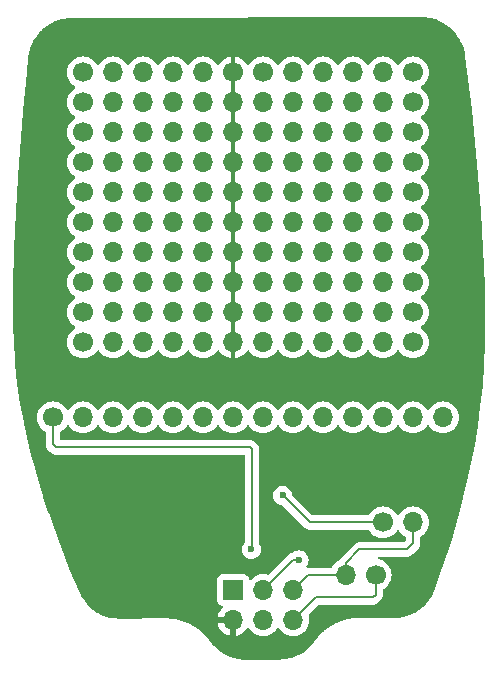
<source format=gbr>
%TF.GenerationSoftware,KiCad,Pcbnew,8.0.5*%
%TF.CreationDate,2024-09-21T17:09:33+02:00*%
%TF.ProjectId,sao_proto,73616f5f-7072-46f7-946f-2e6b69636164,rev?*%
%TF.SameCoordinates,Original*%
%TF.FileFunction,Copper,L2,Bot*%
%TF.FilePolarity,Positive*%
%FSLAX46Y46*%
G04 Gerber Fmt 4.6, Leading zero omitted, Abs format (unit mm)*
G04 Created by KiCad (PCBNEW 8.0.5) date 2024-09-21 17:09:33*
%MOMM*%
%LPD*%
G01*
G04 APERTURE LIST*
%TA.AperFunction,ComponentPad*%
%ADD10C,1.700000*%
%TD*%
%TA.AperFunction,ComponentPad*%
%ADD11O,1.700000X1.700000*%
%TD*%
%TA.AperFunction,ComponentPad*%
%ADD12R,1.700000X1.700000*%
%TD*%
%TA.AperFunction,ViaPad*%
%ADD13C,0.600000*%
%TD*%
%TA.AperFunction,Conductor*%
%ADD14C,0.203200*%
%TD*%
%TA.AperFunction,Conductor*%
%ADD15C,0.304800*%
%TD*%
G04 APERTURE END LIST*
D10*
%TO.P,REF\u002A\u002A,1*%
%TO.N,VCC*%
X144785000Y-77470000D03*
D11*
%TO.P,REF\u002A\u002A,2*%
X144785000Y-80010000D03*
%TO.P,REF\u002A\u002A,3*%
X144785000Y-82550000D03*
%TO.P,REF\u002A\u002A,4*%
X144785000Y-85090000D03*
%TO.P,REF\u002A\u002A,5*%
X144785000Y-87630000D03*
%TO.P,REF\u002A\u002A,6*%
X144785000Y-90170000D03*
%TO.P,REF\u002A\u002A,7*%
X144785000Y-92710000D03*
%TO.P,REF\u002A\u002A,8*%
X144785000Y-95250000D03*
%TO.P,REF\u002A\u002A,9*%
X144785000Y-97790000D03*
%TO.P,REF\u002A\u002A,10*%
X144785000Y-100330000D03*
%TD*%
D10*
%TO.P,REF\u002A\u002A,1*%
%TO.N,N/C*%
X129545000Y-87630000D03*
D11*
%TO.P,REF\u002A\u002A,2*%
X132085000Y-87630000D03*
%TO.P,REF\u002A\u002A,3*%
X134625000Y-87630000D03*
%TO.P,REF\u002A\u002A,4*%
X137165000Y-87630000D03*
%TO.P,REF\u002A\u002A,5*%
X139705000Y-87630000D03*
%TD*%
D10*
%TO.P,REF\u002A\u002A,1*%
%TO.N,N/C*%
X157480000Y-90170000D03*
D11*
%TO.P,REF\u002A\u002A,2*%
X154940000Y-90170000D03*
%TO.P,REF\u002A\u002A,3*%
X152400000Y-90170000D03*
%TO.P,REF\u002A\u002A,4*%
X149860000Y-90170000D03*
%TO.P,REF\u002A\u002A,5*%
X147320000Y-90170000D03*
%TD*%
D10*
%TO.P,REF\u002A\u002A,1*%
%TO.N,row1*%
X129545000Y-77470000D03*
D11*
%TO.P,REF\u002A\u002A,2*%
X132085000Y-77470000D03*
%TO.P,REF\u002A\u002A,3*%
X134625000Y-77470000D03*
%TO.P,REF\u002A\u002A,4*%
X137165000Y-77470000D03*
%TO.P,REF\u002A\u002A,5*%
X139705000Y-77470000D03*
%TD*%
D10*
%TO.P,REF\u002A\u002A,1*%
%TO.N,row11*%
X157480000Y-77470000D03*
D11*
%TO.P,REF\u002A\u002A,2*%
X154940000Y-77470000D03*
%TO.P,REF\u002A\u002A,3*%
X152400000Y-77470000D03*
%TO.P,REF\u002A\u002A,4*%
X149860000Y-77470000D03*
%TO.P,REF\u002A\u002A,5*%
X147320000Y-77470000D03*
%TD*%
D10*
%TO.P,REF\u002A\u002A,1*%
%TO.N,N/C*%
X129545000Y-92710000D03*
D11*
%TO.P,REF\u002A\u002A,2*%
X132085000Y-92710000D03*
%TO.P,REF\u002A\u002A,3*%
X134625000Y-92710000D03*
%TO.P,REF\u002A\u002A,4*%
X137165000Y-92710000D03*
%TO.P,REF\u002A\u002A,5*%
X139705000Y-92710000D03*
%TD*%
D10*
%TO.P,J2,1,Pin_1*%
%TO.N,Net-(J2-Pin_1)*%
X154935000Y-115570000D03*
D11*
%TO.P,J2,2,Pin_2*%
%TO.N,Net-(J1-GPIO1)*%
X157475000Y-115570000D03*
%TD*%
D10*
%TO.P,REF\u002A\u002A,1*%
%TO.N,N/C*%
X157480000Y-80010000D03*
D11*
%TO.P,REF\u002A\u002A,2*%
X154940000Y-80010000D03*
%TO.P,REF\u002A\u002A,3*%
X152400000Y-80010000D03*
%TO.P,REF\u002A\u002A,4*%
X149860000Y-80010000D03*
%TO.P,REF\u002A\u002A,5*%
X147320000Y-80010000D03*
%TD*%
D10*
%TO.P,REF\u002A\u002A,1*%
%TO.N,row2*%
X129545000Y-80010000D03*
D11*
%TO.P,REF\u002A\u002A,2*%
X132085000Y-80010000D03*
%TO.P,REF\u002A\u002A,3*%
X134625000Y-80010000D03*
%TO.P,REF\u002A\u002A,4*%
X137165000Y-80010000D03*
%TO.P,REF\u002A\u002A,5*%
X139705000Y-80010000D03*
%TD*%
D10*
%TO.P,REF\u002A\u002A,1*%
%TO.N,N/C*%
X157480000Y-97790000D03*
D11*
%TO.P,REF\u002A\u002A,2*%
X154940000Y-97790000D03*
%TO.P,REF\u002A\u002A,3*%
X152400000Y-97790000D03*
%TO.P,REF\u002A\u002A,4*%
X149860000Y-97790000D03*
%TO.P,REF\u002A\u002A,5*%
X147320000Y-97790000D03*
%TD*%
D10*
%TO.P,REF\u002A\u002A,1*%
%TO.N,N/C*%
X129545000Y-100330000D03*
D11*
%TO.P,REF\u002A\u002A,2*%
X132085000Y-100330000D03*
%TO.P,REF\u002A\u002A,3*%
X134625000Y-100330000D03*
%TO.P,REF\u002A\u002A,4*%
X137165000Y-100330000D03*
%TO.P,REF\u002A\u002A,5*%
X139705000Y-100330000D03*
%TD*%
D10*
%TO.P,REF\u002A\u002A,1*%
%TO.N,N/C*%
X129545000Y-97790000D03*
D11*
%TO.P,REF\u002A\u002A,2*%
X132085000Y-97790000D03*
%TO.P,REF\u002A\u002A,3*%
X134625000Y-97790000D03*
%TO.P,REF\u002A\u002A,4*%
X137165000Y-97790000D03*
%TO.P,REF\u002A\u002A,5*%
X139705000Y-97790000D03*
%TD*%
D10*
%TO.P,REF\u002A\u002A,1*%
%TO.N,N/C*%
X157480000Y-87630000D03*
D11*
%TO.P,REF\u002A\u002A,2*%
X154940000Y-87630000D03*
%TO.P,REF\u002A\u002A,3*%
X152400000Y-87630000D03*
%TO.P,REF\u002A\u002A,4*%
X149860000Y-87630000D03*
%TO.P,REF\u002A\u002A,5*%
X147320000Y-87630000D03*
%TD*%
D10*
%TO.P,REF\u002A\u002A,1*%
%TO.N,N/C*%
X157480000Y-82550000D03*
D11*
%TO.P,REF\u002A\u002A,2*%
X154940000Y-82550000D03*
%TO.P,REF\u002A\u002A,3*%
X152400000Y-82550000D03*
%TO.P,REF\u002A\u002A,4*%
X149860000Y-82550000D03*
%TO.P,REF\u002A\u002A,5*%
X147320000Y-82550000D03*
%TD*%
D10*
%TO.P,REF\u002A\u002A,1*%
%TO.N,N/C*%
X129545000Y-95250000D03*
D11*
%TO.P,REF\u002A\u002A,2*%
X132085000Y-95250000D03*
%TO.P,REF\u002A\u002A,3*%
X134625000Y-95250000D03*
%TO.P,REF\u002A\u002A,4*%
X137165000Y-95250000D03*
%TO.P,REF\u002A\u002A,5*%
X139705000Y-95250000D03*
%TD*%
D10*
%TO.P,REF\u002A\u002A,1*%
%TO.N,GND*%
X142245000Y-77470000D03*
D11*
%TO.P,REF\u002A\u002A,2*%
X142245000Y-80010000D03*
%TO.P,REF\u002A\u002A,3*%
X142245000Y-82550000D03*
%TO.P,REF\u002A\u002A,4*%
X142245000Y-85090000D03*
%TO.P,REF\u002A\u002A,5*%
X142245000Y-87630000D03*
%TO.P,REF\u002A\u002A,6*%
X142245000Y-90170000D03*
%TO.P,REF\u002A\u002A,7*%
X142245000Y-92710000D03*
%TO.P,REF\u002A\u002A,8*%
X142245000Y-95250000D03*
%TO.P,REF\u002A\u002A,9*%
X142245000Y-97790000D03*
%TO.P,REF\u002A\u002A,10*%
X142245000Y-100330000D03*
%TD*%
D10*
%TO.P,REF\u002A\u002A,1*%
%TO.N,N/C*%
X157480000Y-95250000D03*
D11*
%TO.P,REF\u002A\u002A,2*%
X154940000Y-95250000D03*
%TO.P,REF\u002A\u002A,3*%
X152400000Y-95250000D03*
%TO.P,REF\u002A\u002A,4*%
X149860000Y-95250000D03*
%TO.P,REF\u002A\u002A,5*%
X147320000Y-95250000D03*
%TD*%
D10*
%TO.P,REF\u002A\u002A,1*%
%TO.N,N/C*%
X157480000Y-100330000D03*
D11*
%TO.P,REF\u002A\u002A,2*%
X154940000Y-100330000D03*
%TO.P,REF\u002A\u002A,3*%
X152400000Y-100330000D03*
%TO.P,REF\u002A\u002A,4*%
X149860000Y-100330000D03*
%TO.P,REF\u002A\u002A,5*%
X147320000Y-100330000D03*
%TD*%
D10*
%TO.P,J4,1,Pin_1*%
%TO.N,/PC0*%
X127000000Y-106680000D03*
D11*
%TO.P,J4,2,Pin_2*%
%TO.N,/PA2*%
X129540000Y-106680000D03*
%TO.P,J4,3,Pin_3*%
%TO.N,/PA1*%
X132080000Y-106680000D03*
%TO.P,J4,4,Pin_4*%
%TO.N,/PD7*%
X134620000Y-106680000D03*
%TO.P,J4,5,Pin_5*%
%TO.N,/PD6*%
X137160000Y-106680000D03*
%TO.P,J4,6,Pin_6*%
%TO.N,/PD5*%
X139700000Y-106680000D03*
%TO.P,J4,7,Pin_7*%
%TO.N,/PD4*%
X142240000Y-106680000D03*
%TO.P,J4,8,Pin_8*%
%TO.N,/PD3*%
X144780000Y-106680000D03*
%TO.P,J4,9,Pin_9*%
%TO.N,/PD2*%
X147320000Y-106680000D03*
%TO.P,J4,10,Pin_10*%
%TO.N,/PC7*%
X149860000Y-106680000D03*
%TO.P,J4,11,Pin_11*%
%TO.N,/PC6*%
X152400000Y-106680000D03*
%TO.P,J4,12,Pin_12*%
%TO.N,/PC5*%
X154940000Y-106680000D03*
%TO.P,J4,13,Pin_13*%
%TO.N,/PC4*%
X157480000Y-106680000D03*
%TO.P,J4,14,Pin_14*%
%TO.N,/PC3*%
X160020000Y-106680000D03*
%TD*%
D10*
%TO.P,REF\u002A\u002A,1*%
%TO.N,row3*%
X129545000Y-82550000D03*
D11*
%TO.P,REF\u002A\u002A,2*%
X132085000Y-82550000D03*
%TO.P,REF\u002A\u002A,3*%
X134625000Y-82550000D03*
%TO.P,REF\u002A\u002A,4*%
X137165000Y-82550000D03*
%TO.P,REF\u002A\u002A,5*%
X139705000Y-82550000D03*
%TD*%
D10*
%TO.P,REF\u002A\u002A,1*%
%TO.N,N/C*%
X129545000Y-85090000D03*
D11*
%TO.P,REF\u002A\u002A,2*%
X132085000Y-85090000D03*
%TO.P,REF\u002A\u002A,3*%
X134625000Y-85090000D03*
%TO.P,REF\u002A\u002A,4*%
X137165000Y-85090000D03*
%TO.P,REF\u002A\u002A,5*%
X139705000Y-85090000D03*
%TD*%
D10*
%TO.P,REF\u002A\u002A,1*%
%TO.N,N/C*%
X157480000Y-85090000D03*
D11*
%TO.P,REF\u002A\u002A,2*%
X154940000Y-85090000D03*
%TO.P,REF\u002A\u002A,3*%
X152400000Y-85090000D03*
%TO.P,REF\u002A\u002A,4*%
X149860000Y-85090000D03*
%TO.P,REF\u002A\u002A,5*%
X147320000Y-85090000D03*
%TD*%
D10*
%TO.P,REF\u002A\u002A,1*%
%TO.N,N/C*%
X157480000Y-92710000D03*
D11*
%TO.P,REF\u002A\u002A,2*%
X154940000Y-92710000D03*
%TO.P,REF\u002A\u002A,3*%
X152400000Y-92710000D03*
%TO.P,REF\u002A\u002A,4*%
X149860000Y-92710000D03*
%TO.P,REF\u002A\u002A,5*%
X147320000Y-92710000D03*
%TD*%
D10*
%TO.P,J3,1,Pin_1*%
%TO.N,Net-(J1-GPIO2)*%
X154310000Y-120015000D03*
D11*
%TO.P,J3,2,Pin_2*%
%TO.N,Net-(J1-GPIO1)*%
X151770000Y-120015000D03*
%TD*%
D10*
%TO.P,REF\u002A\u002A,1*%
%TO.N,N/C*%
X129545000Y-90170000D03*
D11*
%TO.P,REF\u002A\u002A,2*%
X132085000Y-90170000D03*
%TO.P,REF\u002A\u002A,3*%
X134625000Y-90170000D03*
%TO.P,REF\u002A\u002A,4*%
X137165000Y-90170000D03*
%TO.P,REF\u002A\u002A,5*%
X139705000Y-90170000D03*
%TD*%
D12*
%TO.P,J1,1,VCC*%
%TO.N,VCC*%
X142260000Y-121300000D03*
D11*
%TO.P,J1,2,GND*%
%TO.N,GND*%
X142260000Y-123840000D03*
%TO.P,J1,3,SDA*%
%TO.N,Net-(J1-SDA)*%
X144800000Y-121300000D03*
%TO.P,J1,4,SCL*%
%TO.N,Net-(J1-SCL)*%
X144800000Y-123840000D03*
%TO.P,J1,5,GPIO1*%
%TO.N,Net-(J1-GPIO1)*%
X147340000Y-121300000D03*
%TO.P,J1,6,GPIO2*%
%TO.N,Net-(J1-GPIO2)*%
X147340000Y-123840000D03*
%TD*%
D13*
%TO.N,GND*%
X138404600Y-115925600D03*
%TO.N,Net-(J1-SDA)*%
X147828000Y-118745000D03*
%TO.N,Net-(J2-Pin_1)*%
X146431000Y-113284000D03*
%TO.N,/PC0*%
X143789400Y-117856000D03*
%TD*%
D14*
%TO.N,Net-(J1-GPIO2)*%
X154093200Y-121920000D02*
X154310000Y-121703200D01*
X154310000Y-121703200D02*
X154310000Y-120015000D01*
%TO.N,Net-(J1-GPIO1)*%
X148625000Y-120015000D02*
X151770000Y-120015000D01*
X157475000Y-115570000D02*
X157475000Y-117353000D01*
X157475000Y-117353000D02*
X156972000Y-117856000D01*
X156972000Y-117856000D02*
X152908000Y-117856000D01*
X152908000Y-117856000D02*
X151770000Y-118994000D01*
X151770000Y-118994000D02*
X151770000Y-120015000D01*
D15*
%TO.N,GND*%
X142245000Y-85090000D02*
X142245000Y-87630000D01*
X142245000Y-100330000D02*
X142245000Y-103306800D01*
X142245000Y-77470000D02*
X142245000Y-74493200D01*
X142245000Y-74493200D02*
X142367000Y-74371200D01*
X142245000Y-90170000D02*
X142245000Y-92710000D01*
X142245000Y-87630000D02*
X142245000Y-90170000D01*
X142245000Y-82550000D02*
X142245000Y-85090000D01*
X142245000Y-92710000D02*
X142245000Y-95250000D01*
X142245000Y-103306800D02*
X142265400Y-103327200D01*
X142245000Y-80010000D02*
X142245000Y-82550000D01*
X142245000Y-103306800D02*
X142265400Y-103327200D01*
X142245000Y-97790000D02*
X142245000Y-100330000D01*
X142245000Y-77470000D02*
X142245000Y-80010000D01*
X142245000Y-95250000D02*
X142245000Y-97790000D01*
%TO.N,VCC*%
X144907000Y-92837000D02*
X144785000Y-92959000D01*
X144785000Y-92715000D02*
X144907000Y-92837000D01*
X144785000Y-92710000D02*
X144785000Y-92715000D01*
D14*
%TO.N,Net-(J1-GPIO1)*%
X147340000Y-121300000D02*
X148625000Y-120015000D01*
%TO.N,Net-(J1-SDA)*%
X144800000Y-121300000D02*
X147355000Y-118745000D01*
X147355000Y-118745000D02*
X147828000Y-118745000D01*
%TO.N,Net-(J1-GPIO2)*%
X149260000Y-121920000D02*
X154093200Y-121920000D01*
X147340000Y-123840000D02*
X149260000Y-121920000D01*
%TO.N,Net-(J2-Pin_1)*%
X148717000Y-115570000D02*
X146431000Y-113284000D01*
X154935000Y-115570000D02*
X148717000Y-115570000D01*
%TO.N,/PC0*%
X127254000Y-109220000D02*
X127000000Y-108966000D01*
X132207000Y-109220000D02*
X127254000Y-109220000D01*
X143840200Y-109347000D02*
X143840200Y-117805200D01*
X143713200Y-109220000D02*
X143840200Y-109347000D01*
X132207000Y-109220000D02*
X143713200Y-109220000D01*
X127000000Y-108966000D02*
X127000000Y-106680000D01*
X143840200Y-117805200D02*
X143789400Y-117856000D01*
%TD*%
%TA.AperFunction,Conductor*%
%TO.N,GND*%
G36*
X158261471Y-72790400D02*
G01*
X158266612Y-72790508D01*
X158434480Y-72794043D01*
X158440355Y-72794308D01*
X158603851Y-72805602D01*
X158609690Y-72806146D01*
X158771141Y-72825079D01*
X158776965Y-72825903D01*
X158936229Y-72852306D01*
X158941920Y-72853389D01*
X159098921Y-72887114D01*
X159104525Y-72888456D01*
X159259078Y-72929343D01*
X159264612Y-72930947D01*
X159416516Y-72978828D01*
X159421923Y-72980671D01*
X159571114Y-73035429D01*
X159576368Y-73037496D01*
X159722626Y-73098966D01*
X159727770Y-73101268D01*
X159870889Y-73169287D01*
X159875892Y-73171806D01*
X159970664Y-73222254D01*
X160015713Y-73246234D01*
X160020598Y-73248978D01*
X160156936Y-73329660D01*
X160161655Y-73332598D01*
X160227761Y-73375843D01*
X160294328Y-73419390D01*
X160298868Y-73422506D01*
X160427711Y-73515270D01*
X160432069Y-73518557D01*
X160556861Y-73617122D01*
X160561073Y-73620603D01*
X160678918Y-73722479D01*
X160681544Y-73724749D01*
X160685601Y-73728415D01*
X160698490Y-73740593D01*
X160801620Y-73838032D01*
X160805508Y-73841871D01*
X160916882Y-73956799D01*
X160920580Y-73960787D01*
X161027061Y-74080812D01*
X161030576Y-74084953D01*
X161132028Y-74209975D01*
X161135369Y-74214283D01*
X161231536Y-74344059D01*
X161234686Y-74348512D01*
X161325398Y-74482904D01*
X161328354Y-74487498D01*
X161413416Y-74626337D01*
X161416164Y-74631054D01*
X161419241Y-74636612D01*
X161495410Y-74774219D01*
X161497959Y-74779074D01*
X161571164Y-74926341D01*
X161573502Y-74931318D01*
X161640505Y-75082586D01*
X161642625Y-75087676D01*
X161703202Y-75242709D01*
X161705099Y-75247903D01*
X161759103Y-75406652D01*
X161760771Y-75411940D01*
X161807990Y-75574204D01*
X161809423Y-75579575D01*
X161849669Y-75745217D01*
X161850863Y-75750658D01*
X161883950Y-75919584D01*
X161884899Y-75925083D01*
X161911302Y-76101676D01*
X161911802Y-76105404D01*
X162448797Y-80631863D01*
X162448992Y-80633613D01*
X162730961Y-83338109D01*
X162731103Y-83339560D01*
X163000175Y-86252171D01*
X163000321Y-86253880D01*
X163239945Y-89308381D01*
X163240088Y-89310421D01*
X163433810Y-92441113D01*
X163433939Y-92443587D01*
X163565382Y-95585065D01*
X163565472Y-95588126D01*
X163618313Y-98674137D01*
X163618318Y-98678071D01*
X163591888Y-100488015D01*
X163591759Y-100492127D01*
X163506736Y-102269962D01*
X163506491Y-102273832D01*
X163368466Y-104016017D01*
X163368124Y-104019655D01*
X163182739Y-105721189D01*
X163182318Y-105724605D01*
X162955228Y-107380579D01*
X162954745Y-107383787D01*
X162692154Y-108986026D01*
X162691351Y-108990428D01*
X162078765Y-112035276D01*
X162077574Y-112040591D01*
X161389731Y-114821661D01*
X161388472Y-114826356D01*
X160670129Y-117308885D01*
X160668846Y-117313042D01*
X159965698Y-119458133D01*
X159964423Y-119461826D01*
X159322782Y-121229136D01*
X159321274Y-121233078D01*
X159268050Y-121365447D01*
X159266258Y-121369676D01*
X159209002Y-121498115D01*
X159207056Y-121502271D01*
X159145554Y-121627550D01*
X159143457Y-121631630D01*
X159077809Y-121753719D01*
X159075564Y-121757716D01*
X159005888Y-121876545D01*
X159003498Y-121880453D01*
X158929924Y-121995932D01*
X158927393Y-121999748D01*
X158850001Y-122111859D01*
X158847340Y-122115564D01*
X158774015Y-122213824D01*
X158766320Y-122224135D01*
X158763517Y-122227750D01*
X158678867Y-122332861D01*
X158675933Y-122336370D01*
X158587889Y-122437798D01*
X158584828Y-122441196D01*
X158493427Y-122538963D01*
X158490242Y-122542246D01*
X158395630Y-122636245D01*
X158392322Y-122639412D01*
X158294620Y-122729562D01*
X158291197Y-122732606D01*
X158190787Y-122818610D01*
X158190518Y-122818840D01*
X158186975Y-122821762D01*
X158083403Y-122904025D01*
X158079753Y-122906815D01*
X157973477Y-122984985D01*
X157969715Y-122987646D01*
X157860778Y-123061697D01*
X157856910Y-123064223D01*
X157745487Y-123134042D01*
X157741516Y-123136427D01*
X157627664Y-123201978D01*
X157623594Y-123204221D01*
X157507498Y-123265390D01*
X157503332Y-123267486D01*
X157385045Y-123324233D01*
X157380786Y-123326178D01*
X157260455Y-123378413D01*
X157256111Y-123380202D01*
X157133846Y-123427857D01*
X157129416Y-123429487D01*
X157005283Y-123472504D01*
X157000776Y-123473970D01*
X156874953Y-123512253D01*
X156870373Y-123513551D01*
X156742904Y-123547047D01*
X156738258Y-123548173D01*
X156609223Y-123576814D01*
X156604519Y-123577763D01*
X156474092Y-123601458D01*
X156469336Y-123602227D01*
X156337542Y-123620915D01*
X156332742Y-123621500D01*
X156199733Y-123635096D01*
X156194899Y-123635495D01*
X156060704Y-123643926D01*
X156055844Y-123644136D01*
X155914943Y-123647449D01*
X155912310Y-123647483D01*
X152971650Y-123654177D01*
X152957876Y-123652609D01*
X152957813Y-123653254D01*
X152949724Y-123652457D01*
X152949723Y-123652457D01*
X152893352Y-123654298D01*
X152889589Y-123654364D01*
X152833175Y-123654493D01*
X152825127Y-123655571D01*
X152825041Y-123654930D01*
X152811332Y-123656977D01*
X152710031Y-123660287D01*
X152684935Y-123658554D01*
X152682749Y-123658177D01*
X152635369Y-123662513D01*
X152628120Y-123662963D01*
X152580539Y-123664517D01*
X152578398Y-123665167D01*
X152553726Y-123669983D01*
X152445368Y-123679899D01*
X152420189Y-123679636D01*
X152418056Y-123679395D01*
X152370900Y-123686501D01*
X152363730Y-123687369D01*
X152316260Y-123691714D01*
X152316257Y-123691715D01*
X152314247Y-123692456D01*
X152289862Y-123698715D01*
X152183488Y-123714746D01*
X152158304Y-123715950D01*
X152156255Y-123715839D01*
X152156253Y-123715839D01*
X152109504Y-123725685D01*
X152102431Y-123726962D01*
X152055201Y-123734081D01*
X152053312Y-123734905D01*
X152029303Y-123742580D01*
X151924992Y-123764553D01*
X151899887Y-123767215D01*
X151897923Y-123767222D01*
X151851759Y-123779769D01*
X151844798Y-123781447D01*
X151797958Y-123791314D01*
X151797952Y-123791316D01*
X151796196Y-123792207D01*
X151772640Y-123801271D01*
X151670472Y-123829039D01*
X151645527Y-123833148D01*
X151643657Y-123833262D01*
X151643648Y-123833264D01*
X151598180Y-123848474D01*
X151591370Y-123850537D01*
X151545104Y-123863113D01*
X151545100Y-123863115D01*
X151543479Y-123864059D01*
X151520446Y-123874482D01*
X151493355Y-123883546D01*
X151420497Y-123907921D01*
X151395802Y-123913459D01*
X151394012Y-123913671D01*
X151394011Y-123913672D01*
X151349407Y-123931491D01*
X151342750Y-123933932D01*
X151297217Y-123949166D01*
X151297212Y-123949168D01*
X151295722Y-123950155D01*
X151273295Y-123961898D01*
X151175633Y-124000914D01*
X151151258Y-124007862D01*
X151149568Y-124008161D01*
X151149563Y-124008162D01*
X151106000Y-124028516D01*
X151099521Y-124031321D01*
X151095337Y-124032993D01*
X151054857Y-124049164D01*
X151054854Y-124049166D01*
X151053463Y-124050206D01*
X151031729Y-124063216D01*
X150936462Y-124107727D01*
X150912504Y-124116057D01*
X150910883Y-124116440D01*
X150868475Y-124139271D01*
X150862187Y-124142429D01*
X150818571Y-124162808D01*
X150817294Y-124163882D01*
X150796312Y-124178124D01*
X150703536Y-124228075D01*
X150680071Y-124237757D01*
X150678515Y-124238220D01*
X150678512Y-124238221D01*
X150637439Y-124263435D01*
X150631352Y-124266938D01*
X150588921Y-124289783D01*
X150588916Y-124289787D01*
X150587737Y-124290898D01*
X150567583Y-124306316D01*
X150477405Y-124361674D01*
X150454512Y-124372674D01*
X150454104Y-124372821D01*
X150453023Y-124373210D01*
X150413403Y-124400730D01*
X150407540Y-124404561D01*
X150366439Y-124429793D01*
X150366436Y-124429795D01*
X150365350Y-124430942D01*
X150346090Y-124447486D01*
X150258636Y-124508233D01*
X150236390Y-124520515D01*
X150234963Y-124521121D01*
X150234962Y-124521121D01*
X150196959Y-124550833D01*
X150191329Y-124554984D01*
X150151682Y-124582524D01*
X150150674Y-124583717D01*
X150132369Y-124601331D01*
X150082632Y-124640218D01*
X150047792Y-124667457D01*
X150026281Y-124680971D01*
X150024892Y-124681656D01*
X150024887Y-124681659D01*
X149988609Y-124713477D01*
X149983224Y-124717938D01*
X149945184Y-124747679D01*
X149944254Y-124748915D01*
X149926968Y-124767539D01*
X149845414Y-124839066D01*
X149824696Y-124853774D01*
X149823355Y-124854531D01*
X149823350Y-124854535D01*
X149788920Y-124888352D01*
X149783796Y-124893108D01*
X149747499Y-124924943D01*
X149747488Y-124924955D01*
X149746632Y-124926237D01*
X149730427Y-124945802D01*
X149691254Y-124984277D01*
X149663291Y-125011742D01*
X149652081Y-125022752D01*
X149632216Y-125038610D01*
X149630928Y-125039437D01*
X149630923Y-125039440D01*
X149598440Y-125075158D01*
X149593599Y-125080189D01*
X149559152Y-125114024D01*
X149558371Y-125115351D01*
X149543292Y-125135803D01*
X149468338Y-125218225D01*
X149449407Y-125235172D01*
X149448159Y-125236076D01*
X149448146Y-125236088D01*
X149417737Y-125273573D01*
X149413181Y-125278876D01*
X149380713Y-125314579D01*
X149380709Y-125314585D01*
X149380000Y-125315960D01*
X149366101Y-125337224D01*
X149298893Y-125420071D01*
X149288291Y-125430482D01*
X149288592Y-125430778D01*
X149282894Y-125436574D01*
X149249936Y-125480295D01*
X149247220Y-125483769D01*
X149212698Y-125526325D01*
X149208449Y-125533247D01*
X149208089Y-125533026D01*
X149200539Y-125545826D01*
X149057045Y-125736186D01*
X149054444Y-125739517D01*
X148934029Y-125888407D01*
X148919818Y-125905978D01*
X148915241Y-125911319D01*
X148777396Y-126063262D01*
X148772527Y-126068333D01*
X148627426Y-126211105D01*
X148622281Y-126215888D01*
X148470360Y-126349306D01*
X148464952Y-126353790D01*
X148306680Y-126477640D01*
X148301025Y-126481813D01*
X148136768Y-126595956D01*
X148130877Y-126599806D01*
X147961169Y-126703981D01*
X147955059Y-126707497D01*
X147780264Y-126801559D01*
X147773945Y-126804730D01*
X147594546Y-126888456D01*
X147588035Y-126891271D01*
X147404436Y-126964484D01*
X147397746Y-126966931D01*
X147210424Y-127029421D01*
X147203570Y-127031490D01*
X147012903Y-127083079D01*
X147005906Y-127084756D01*
X146812316Y-127125251D01*
X146805193Y-127126525D01*
X146609143Y-127155723D01*
X146601915Y-127156584D01*
X146403702Y-127174299D01*
X146396397Y-127174735D01*
X146186481Y-127181058D01*
X146183094Y-127181114D01*
X143295336Y-127189163D01*
X143291536Y-127189115D01*
X143073046Y-127183027D01*
X143065479Y-127182584D01*
X142858598Y-127164123D01*
X142851111Y-127163225D01*
X142646680Y-127132367D01*
X142639300Y-127131024D01*
X142437656Y-127087978D01*
X142430417Y-127086203D01*
X142338162Y-127060623D01*
X142232060Y-127031203D01*
X142224971Y-127029006D01*
X142030378Y-126962278D01*
X142023465Y-126959675D01*
X141833039Y-126881416D01*
X141826322Y-126878420D01*
X141815248Y-126873081D01*
X141640549Y-126788854D01*
X141634046Y-126785478D01*
X141453423Y-126684833D01*
X141447147Y-126681089D01*
X141272114Y-126569562D01*
X141266080Y-126565463D01*
X141189145Y-126509822D01*
X141097163Y-126443298D01*
X141091401Y-126438867D01*
X140929034Y-126306247D01*
X140923534Y-126301479D01*
X140768257Y-126158668D01*
X140763048Y-126153587D01*
X140615279Y-126000737D01*
X140610398Y-125995383D01*
X140470635Y-125832712D01*
X140466064Y-125827064D01*
X140323975Y-125640574D01*
X140323832Y-125640386D01*
X140280157Y-125582837D01*
X140209792Y-125490118D01*
X140196720Y-125468692D01*
X140195702Y-125466565D01*
X140195701Y-125466564D01*
X140195701Y-125466563D01*
X140164830Y-125430518D01*
X140160235Y-125424819D01*
X140131556Y-125387029D01*
X140131551Y-125387024D01*
X140129682Y-125385574D01*
X140111516Y-125368265D01*
X140031052Y-125274312D01*
X140016738Y-125253694D01*
X140015598Y-125251634D01*
X139982654Y-125217471D01*
X139977733Y-125212057D01*
X139946860Y-125176009D01*
X139946861Y-125176009D01*
X139944916Y-125174677D01*
X139925754Y-125158465D01*
X139841176Y-125070755D01*
X139825670Y-125051015D01*
X139824414Y-125049031D01*
X139824412Y-125049029D01*
X139789499Y-125016856D01*
X139784286Y-125011760D01*
X139751326Y-124977580D01*
X139751325Y-124977579D01*
X139751324Y-124977578D01*
X139749315Y-124976369D01*
X139729226Y-124961312D01*
X139640773Y-124879799D01*
X139624129Y-124861005D01*
X139622762Y-124859103D01*
X139605098Y-124844655D01*
X139586001Y-124829033D01*
X139580511Y-124824266D01*
X139545587Y-124792082D01*
X139545584Y-124792080D01*
X139543503Y-124790989D01*
X139522568Y-124777146D01*
X139430468Y-124701810D01*
X139412746Y-124684031D01*
X139411265Y-124682209D01*
X139372817Y-124654374D01*
X139367022Y-124649912D01*
X139330281Y-124619858D01*
X139330282Y-124619858D01*
X139328135Y-124618890D01*
X139306419Y-124606305D01*
X139288684Y-124593466D01*
X139210867Y-124537130D01*
X139192132Y-124520431D01*
X139190537Y-124518689D01*
X139190536Y-124518688D01*
X139165926Y-124502998D01*
X139150524Y-124493178D01*
X139144473Y-124489063D01*
X139106041Y-124461241D01*
X139106039Y-124461240D01*
X139103823Y-124460393D01*
X139081410Y-124449115D01*
X139078855Y-124447486D01*
X138982598Y-124386118D01*
X138962915Y-124370558D01*
X138961202Y-124368896D01*
X138961200Y-124368894D01*
X138919780Y-124345810D01*
X138913489Y-124342056D01*
X138873492Y-124316557D01*
X138871212Y-124315838D01*
X138848175Y-124305904D01*
X138746268Y-124249109D01*
X138725718Y-124234755D01*
X138723876Y-124233168D01*
X138723868Y-124233163D01*
X138681193Y-124212593D01*
X138674683Y-124209214D01*
X138633283Y-124186141D01*
X138633282Y-124186140D01*
X138633281Y-124186140D01*
X138630914Y-124185544D01*
X138607350Y-124176998D01*
X138502501Y-124126457D01*
X138481146Y-124113354D01*
X138479170Y-124111846D01*
X138435392Y-124093865D01*
X138428663Y-124090864D01*
X138386031Y-124070314D01*
X138386020Y-124070310D01*
X138383572Y-124069846D01*
X138359570Y-124062720D01*
X138251905Y-124018497D01*
X138229839Y-124006705D01*
X138227718Y-124005279D01*
X138202952Y-123996793D01*
X138183021Y-123989964D01*
X138176105Y-123987361D01*
X138132378Y-123969401D01*
X138132373Y-123969400D01*
X138129834Y-123969073D01*
X138105470Y-123963394D01*
X137995120Y-123925585D01*
X137972417Y-123915144D01*
X137970150Y-123913809D01*
X137924670Y-123901213D01*
X137917579Y-123899018D01*
X137872945Y-123883726D01*
X137872948Y-123883726D01*
X137871901Y-123883654D01*
X137870305Y-123883545D01*
X137845679Y-123879336D01*
X137790519Y-123864059D01*
X137732772Y-123848065D01*
X137709516Y-123839019D01*
X137707092Y-123837782D01*
X137707087Y-123837780D01*
X137661049Y-123827967D01*
X137653805Y-123826194D01*
X137608392Y-123813617D01*
X137605658Y-123813594D01*
X137580857Y-123810873D01*
X137465501Y-123786283D01*
X137441776Y-123778666D01*
X137439197Y-123777541D01*
X137392705Y-123770535D01*
X137385332Y-123769194D01*
X137339365Y-123759395D01*
X137339351Y-123759394D01*
X137336545Y-123759540D01*
X137311663Y-123758322D01*
X137193956Y-123740585D01*
X137169842Y-123734425D01*
X137167121Y-123733429D01*
X137120386Y-123729267D01*
X137112913Y-123728372D01*
X137066512Y-123721380D01*
X137063624Y-123721706D01*
X137038747Y-123721996D01*
X136918805Y-123711314D01*
X136894403Y-123706642D01*
X136891538Y-123705788D01*
X136891533Y-123705787D01*
X136844703Y-123704484D01*
X136837156Y-123704043D01*
X136790515Y-123699889D01*
X136790508Y-123699890D01*
X136787567Y-123700404D01*
X136762786Y-123702205D01*
X136650407Y-123699078D01*
X136636644Y-123697092D01*
X136636563Y-123697726D01*
X136628508Y-123696688D01*
X136628503Y-123696688D01*
X136627613Y-123696690D01*
X136572134Y-123696842D01*
X136568350Y-123696794D01*
X136512050Y-123695228D01*
X136503967Y-123696065D01*
X136503901Y-123695431D01*
X136490095Y-123697069D01*
X132604288Y-123707793D01*
X132599633Y-123707718D01*
X132331962Y-123698402D01*
X132322763Y-123697739D01*
X132070507Y-123670086D01*
X132061438Y-123668751D01*
X131813704Y-123622871D01*
X131804822Y-123620886D01*
X131562252Y-123557255D01*
X131553600Y-123554645D01*
X131316948Y-123473736D01*
X131308568Y-123470528D01*
X131078610Y-123372811D01*
X131070535Y-123369031D01*
X130848050Y-123254971D01*
X130840309Y-123250646D01*
X130765022Y-123204977D01*
X130626122Y-123120720D01*
X130618745Y-123115879D01*
X130616227Y-123114095D01*
X130434026Y-122984985D01*
X130413661Y-122970554D01*
X130406664Y-122965212D01*
X130211547Y-122804997D01*
X130204957Y-122799183D01*
X130020598Y-122624527D01*
X130014449Y-122618274D01*
X129859997Y-122449652D01*
X129841699Y-122429675D01*
X129835997Y-122422989D01*
X129675669Y-122220905D01*
X129670450Y-122213824D01*
X129583985Y-122087366D01*
X129523380Y-121998729D01*
X129518673Y-121991291D01*
X129504218Y-121966546D01*
X129385639Y-121763554D01*
X129381477Y-121755809D01*
X129260322Y-121509770D01*
X129257770Y-121504248D01*
X128781197Y-120402135D01*
X140909500Y-120402135D01*
X140909500Y-122197870D01*
X140909501Y-122197876D01*
X140915908Y-122257483D01*
X140966202Y-122392328D01*
X140966206Y-122392335D01*
X141052452Y-122507544D01*
X141052455Y-122507547D01*
X141167664Y-122593793D01*
X141167671Y-122593797D01*
X141167674Y-122593798D01*
X141299598Y-122643002D01*
X141355531Y-122684873D01*
X141379949Y-122750337D01*
X141365098Y-122818610D01*
X141343947Y-122846865D01*
X141221886Y-122968926D01*
X141086400Y-123162420D01*
X141086399Y-123162422D01*
X140986570Y-123376507D01*
X140986567Y-123376513D01*
X140929364Y-123589999D01*
X140929364Y-123590000D01*
X141826988Y-123590000D01*
X141794075Y-123647007D01*
X141760000Y-123774174D01*
X141760000Y-123905826D01*
X141794075Y-124032993D01*
X141826988Y-124090000D01*
X140929364Y-124090000D01*
X140986567Y-124303486D01*
X140986570Y-124303492D01*
X141086399Y-124517578D01*
X141221894Y-124711082D01*
X141388917Y-124878105D01*
X141582421Y-125013600D01*
X141796507Y-125113429D01*
X141796516Y-125113433D01*
X142010000Y-125170634D01*
X142010000Y-124273012D01*
X142067007Y-124305925D01*
X142194174Y-124340000D01*
X142325826Y-124340000D01*
X142452993Y-124305925D01*
X142510000Y-124273012D01*
X142510000Y-125170633D01*
X142723483Y-125113433D01*
X142723492Y-125113429D01*
X142937578Y-125013600D01*
X143131082Y-124878105D01*
X143298105Y-124711082D01*
X143428119Y-124525405D01*
X143482696Y-124481781D01*
X143552195Y-124474588D01*
X143614549Y-124506110D01*
X143631269Y-124525405D01*
X143761505Y-124711401D01*
X143928599Y-124878495D01*
X143996782Y-124926237D01*
X144122165Y-125014032D01*
X144122167Y-125014033D01*
X144122170Y-125014035D01*
X144336337Y-125113903D01*
X144336343Y-125113904D01*
X144336344Y-125113905D01*
X144341741Y-125115351D01*
X144564592Y-125175063D01*
X144752918Y-125191539D01*
X144799999Y-125195659D01*
X144800000Y-125195659D01*
X144800001Y-125195659D01*
X144839234Y-125192226D01*
X145035408Y-125175063D01*
X145263663Y-125113903D01*
X145477830Y-125014035D01*
X145671401Y-124878495D01*
X145838495Y-124711401D01*
X145968425Y-124525842D01*
X146023002Y-124482217D01*
X146092500Y-124475023D01*
X146154855Y-124506546D01*
X146171575Y-124525842D01*
X146301500Y-124711395D01*
X146301505Y-124711401D01*
X146468599Y-124878495D01*
X146536782Y-124926237D01*
X146662165Y-125014032D01*
X146662167Y-125014033D01*
X146662170Y-125014035D01*
X146876337Y-125113903D01*
X146876343Y-125113904D01*
X146876344Y-125113905D01*
X146881741Y-125115351D01*
X147104592Y-125175063D01*
X147292918Y-125191539D01*
X147339999Y-125195659D01*
X147340000Y-125195659D01*
X147340001Y-125195659D01*
X147379234Y-125192226D01*
X147575408Y-125175063D01*
X147803663Y-125113903D01*
X148017830Y-125014035D01*
X148211401Y-124878495D01*
X148378495Y-124711401D01*
X148514035Y-124517830D01*
X148613903Y-124303663D01*
X148675063Y-124075408D01*
X148695659Y-123840000D01*
X148695069Y-123833262D01*
X148688676Y-123760188D01*
X148675063Y-123604592D01*
X148641150Y-123478026D01*
X148642813Y-123408176D01*
X148673242Y-123358254D01*
X149473079Y-122558419D01*
X149534402Y-122524934D01*
X149560760Y-122522100D01*
X154172466Y-122522100D01*
X154172468Y-122522100D01*
X154325602Y-122481067D01*
X154462898Y-122401800D01*
X154575000Y-122289698D01*
X154791800Y-122072898D01*
X154871068Y-121935601D01*
X154912100Y-121782468D01*
X154912100Y-121623932D01*
X154912100Y-121303344D01*
X154931785Y-121236305D01*
X154983701Y-121190960D01*
X154987830Y-121189035D01*
X155181401Y-121053495D01*
X155348495Y-120886401D01*
X155484035Y-120692830D01*
X155583903Y-120478663D01*
X155645063Y-120250408D01*
X155665659Y-120015000D01*
X155664889Y-120006204D01*
X155645063Y-119779596D01*
X155645063Y-119779592D01*
X155583903Y-119551337D01*
X155484035Y-119337171D01*
X155484034Y-119337169D01*
X155348494Y-119143597D01*
X155181402Y-118976506D01*
X155181395Y-118976501D01*
X154987834Y-118840967D01*
X154987830Y-118840965D01*
X154878696Y-118790075D01*
X154773663Y-118741097D01*
X154773659Y-118741096D01*
X154773655Y-118741094D01*
X154627283Y-118701875D01*
X154567622Y-118665510D01*
X154537093Y-118602664D01*
X154545387Y-118533288D01*
X154589873Y-118479410D01*
X154656424Y-118458135D01*
X154659376Y-118458100D01*
X157051266Y-118458100D01*
X157051268Y-118458100D01*
X157204402Y-118417067D01*
X157341698Y-118337800D01*
X157453800Y-118225698D01*
X157956800Y-117722698D01*
X158036067Y-117585402D01*
X158077100Y-117432268D01*
X158077100Y-117273732D01*
X158077100Y-116858344D01*
X158096785Y-116791305D01*
X158148701Y-116745960D01*
X158152830Y-116744035D01*
X158346401Y-116608495D01*
X158513495Y-116441401D01*
X158649035Y-116247830D01*
X158748903Y-116033663D01*
X158810063Y-115805408D01*
X158830659Y-115570000D01*
X158810063Y-115334592D01*
X158748903Y-115106337D01*
X158649035Y-114892171D01*
X158649034Y-114892169D01*
X158513494Y-114698597D01*
X158346402Y-114531506D01*
X158346395Y-114531501D01*
X158152834Y-114395967D01*
X158152830Y-114395965D01*
X158152828Y-114395964D01*
X157938663Y-114296097D01*
X157938659Y-114296096D01*
X157938655Y-114296094D01*
X157710413Y-114234938D01*
X157710403Y-114234936D01*
X157475001Y-114214341D01*
X157474999Y-114214341D01*
X157239596Y-114234936D01*
X157239586Y-114234938D01*
X157011344Y-114296094D01*
X157011335Y-114296098D01*
X156797171Y-114395964D01*
X156797169Y-114395965D01*
X156603597Y-114531505D01*
X156436505Y-114698597D01*
X156306575Y-114884158D01*
X156251998Y-114927783D01*
X156182500Y-114934977D01*
X156120145Y-114903454D01*
X156103425Y-114884158D01*
X155973494Y-114698597D01*
X155806402Y-114531506D01*
X155806395Y-114531501D01*
X155612834Y-114395967D01*
X155612830Y-114395965D01*
X155612828Y-114395964D01*
X155398663Y-114296097D01*
X155398659Y-114296096D01*
X155398655Y-114296094D01*
X155170413Y-114234938D01*
X155170403Y-114234936D01*
X154935001Y-114214341D01*
X154934999Y-114214341D01*
X154699596Y-114234936D01*
X154699586Y-114234938D01*
X154471344Y-114296094D01*
X154471335Y-114296098D01*
X154257171Y-114395964D01*
X154257169Y-114395965D01*
X154063597Y-114531505D01*
X153896506Y-114698596D01*
X153760965Y-114892170D01*
X153760964Y-114892173D01*
X153759040Y-114896300D01*
X153712870Y-114948741D01*
X153646656Y-114967900D01*
X149017760Y-114967900D01*
X148950721Y-114948215D01*
X148930079Y-114931581D01*
X147261413Y-113262915D01*
X147227928Y-113201592D01*
X147225874Y-113189116D01*
X147216369Y-113104750D01*
X147216368Y-113104745D01*
X147156788Y-112934476D01*
X147060815Y-112781737D01*
X146933262Y-112654184D01*
X146780523Y-112558211D01*
X146610254Y-112498631D01*
X146610249Y-112498630D01*
X146431004Y-112478435D01*
X146430996Y-112478435D01*
X146251750Y-112498630D01*
X146251745Y-112498631D01*
X146081476Y-112558211D01*
X145928737Y-112654184D01*
X145801184Y-112781737D01*
X145705211Y-112934476D01*
X145645631Y-113104745D01*
X145645630Y-113104750D01*
X145625435Y-113283996D01*
X145625435Y-113284003D01*
X145645630Y-113463249D01*
X145645631Y-113463254D01*
X145705211Y-113633523D01*
X145730236Y-113673349D01*
X145801184Y-113786262D01*
X145928738Y-113913816D01*
X146081478Y-114009789D01*
X146251745Y-114069368D01*
X146251750Y-114069369D01*
X146336116Y-114078874D01*
X146400530Y-114105940D01*
X146409915Y-114114413D01*
X148235200Y-115939698D01*
X148347302Y-116051800D01*
X148484598Y-116131067D01*
X148637732Y-116172100D01*
X153646655Y-116172100D01*
X153713694Y-116191785D01*
X153759038Y-116243698D01*
X153760965Y-116247830D01*
X153896505Y-116441401D01*
X154063599Y-116608495D01*
X154160384Y-116676265D01*
X154257165Y-116744032D01*
X154257167Y-116744033D01*
X154257170Y-116744035D01*
X154471337Y-116843903D01*
X154699592Y-116905063D01*
X154887918Y-116921539D01*
X154934999Y-116925659D01*
X154935000Y-116925659D01*
X154935001Y-116925659D01*
X154974234Y-116922226D01*
X155170408Y-116905063D01*
X155398663Y-116843903D01*
X155612830Y-116744035D01*
X155806401Y-116608495D01*
X155973495Y-116441401D01*
X156103425Y-116255842D01*
X156158002Y-116212217D01*
X156227500Y-116205023D01*
X156289855Y-116236546D01*
X156306575Y-116255842D01*
X156436500Y-116441395D01*
X156436505Y-116441401D01*
X156603599Y-116608495D01*
X156700384Y-116676265D01*
X156797165Y-116744032D01*
X156797167Y-116744033D01*
X156797170Y-116744035D01*
X156801298Y-116745960D01*
X156853739Y-116792126D01*
X156872900Y-116858344D01*
X156872900Y-117052240D01*
X156853215Y-117119279D01*
X156836581Y-117139921D01*
X156758921Y-117217581D01*
X156697598Y-117251066D01*
X156671240Y-117253900D01*
X152828732Y-117253900D01*
X152754720Y-117273732D01*
X152675597Y-117294933D01*
X152573744Y-117353738D01*
X152538303Y-117374199D01*
X152538300Y-117374201D01*
X151288201Y-118624300D01*
X151288197Y-118624305D01*
X151208793Y-118761838D01*
X151158226Y-118810054D01*
X151153813Y-118812219D01*
X151092173Y-118840963D01*
X151092169Y-118840965D01*
X150898597Y-118976505D01*
X150731506Y-119143596D01*
X150595965Y-119337170D01*
X150595964Y-119337173D01*
X150594040Y-119341300D01*
X150547870Y-119393741D01*
X150481656Y-119412900D01*
X148578100Y-119412900D01*
X148511061Y-119393215D01*
X148465306Y-119340411D01*
X148455362Y-119271253D01*
X148473106Y-119222928D01*
X148522953Y-119143597D01*
X148553789Y-119094522D01*
X148613368Y-118924255D01*
X148617496Y-118887619D01*
X148633565Y-118745003D01*
X148633565Y-118744996D01*
X148613369Y-118565750D01*
X148613368Y-118565745D01*
X148588410Y-118494419D01*
X148553789Y-118395478D01*
X148457816Y-118242738D01*
X148330262Y-118115184D01*
X148177523Y-118019211D01*
X148007254Y-117959631D01*
X148007249Y-117959630D01*
X147828004Y-117939435D01*
X147827996Y-117939435D01*
X147648750Y-117959630D01*
X147648745Y-117959631D01*
X147478476Y-118019211D01*
X147325737Y-118115184D01*
X147320295Y-118119525D01*
X147318740Y-118117575D01*
X147274087Y-118143340D01*
X147229697Y-118155235D01*
X147122597Y-118183932D01*
X147122596Y-118183933D01*
X146985305Y-118263197D01*
X146985300Y-118263201D01*
X145281745Y-119966755D01*
X145220422Y-120000240D01*
X145161971Y-119998849D01*
X145035413Y-119964938D01*
X145035403Y-119964936D01*
X144800001Y-119944341D01*
X144799999Y-119944341D01*
X144564596Y-119964936D01*
X144564586Y-119964938D01*
X144336344Y-120026094D01*
X144336335Y-120026098D01*
X144122171Y-120125964D01*
X144122169Y-120125965D01*
X143928600Y-120261503D01*
X143806673Y-120383430D01*
X143745350Y-120416914D01*
X143675658Y-120411930D01*
X143619725Y-120370058D01*
X143602810Y-120339081D01*
X143553797Y-120207671D01*
X143553793Y-120207664D01*
X143467547Y-120092455D01*
X143467544Y-120092452D01*
X143352335Y-120006206D01*
X143352328Y-120006202D01*
X143217482Y-119955908D01*
X143217483Y-119955908D01*
X143157883Y-119949501D01*
X143157881Y-119949500D01*
X143157873Y-119949500D01*
X143157864Y-119949500D01*
X141362129Y-119949500D01*
X141362123Y-119949501D01*
X141302516Y-119955908D01*
X141167671Y-120006202D01*
X141167664Y-120006206D01*
X141052455Y-120092452D01*
X141052452Y-120092455D01*
X140966206Y-120207664D01*
X140966202Y-120207671D01*
X140915908Y-120342517D01*
X140909501Y-120402116D01*
X140909500Y-120402135D01*
X128781197Y-120402135D01*
X128461394Y-119662566D01*
X128460018Y-119659249D01*
X127561425Y-117400262D01*
X127559928Y-117396302D01*
X127552002Y-117374201D01*
X126624399Y-114787735D01*
X126623243Y-114784358D01*
X126595265Y-114698597D01*
X126163306Y-113374504D01*
X126162500Y-113371936D01*
X125892334Y-112478435D01*
X125716537Y-111897032D01*
X125715728Y-111894238D01*
X125292460Y-110364869D01*
X125291648Y-110361779D01*
X125157156Y-109822100D01*
X124899022Y-108786275D01*
X124898225Y-108782872D01*
X124636418Y-107590001D01*
X124544051Y-107169152D01*
X124543291Y-107165414D01*
X124540785Y-107152032D01*
X124452374Y-106679999D01*
X125644341Y-106679999D01*
X125644341Y-106680000D01*
X125664936Y-106915403D01*
X125664938Y-106915413D01*
X125726094Y-107143655D01*
X125726096Y-107143659D01*
X125726097Y-107143663D01*
X125799988Y-107302122D01*
X125825965Y-107357830D01*
X125825967Y-107357834D01*
X125934281Y-107512521D01*
X125961505Y-107551401D01*
X126128599Y-107718495D01*
X126225384Y-107786265D01*
X126322165Y-107854032D01*
X126322167Y-107854033D01*
X126322170Y-107854035D01*
X126326298Y-107855960D01*
X126378739Y-107902126D01*
X126397900Y-107968344D01*
X126397900Y-109045268D01*
X126404636Y-109070405D01*
X126438933Y-109198403D01*
X126438935Y-109198408D01*
X126505029Y-109312886D01*
X126505030Y-109312886D01*
X126518200Y-109335698D01*
X126772200Y-109589698D01*
X126884302Y-109701800D01*
X127021598Y-109781067D01*
X127174732Y-109822100D01*
X132127732Y-109822100D01*
X143114100Y-109822100D01*
X143181139Y-109841785D01*
X143226894Y-109894589D01*
X143238100Y-109946100D01*
X143238100Y-117223860D01*
X143218415Y-117290899D01*
X143201781Y-117311541D01*
X143159584Y-117353737D01*
X143063611Y-117506476D01*
X143004031Y-117676745D01*
X143004030Y-117676750D01*
X142983835Y-117855996D01*
X142983835Y-117856003D01*
X143004030Y-118035249D01*
X143004031Y-118035254D01*
X143063611Y-118205523D01*
X143099853Y-118263201D01*
X143159584Y-118358262D01*
X143287138Y-118485816D01*
X143439878Y-118581789D01*
X143561373Y-118624302D01*
X143610145Y-118641368D01*
X143610150Y-118641369D01*
X143789396Y-118661565D01*
X143789400Y-118661565D01*
X143789404Y-118661565D01*
X143968649Y-118641369D01*
X143968652Y-118641368D01*
X143968655Y-118641368D01*
X144138922Y-118581789D01*
X144291662Y-118485816D01*
X144419216Y-118358262D01*
X144515189Y-118205522D01*
X144574768Y-118035255D01*
X144583289Y-117959630D01*
X144594965Y-117856003D01*
X144594965Y-117855996D01*
X144574769Y-117676750D01*
X144574766Y-117676737D01*
X144515190Y-117506479D01*
X144461306Y-117420722D01*
X144442300Y-117354751D01*
X144442300Y-109267733D01*
X144423724Y-109198408D01*
X144401267Y-109114598D01*
X144322000Y-108977302D01*
X144209898Y-108865200D01*
X144082898Y-108738200D01*
X144082897Y-108738199D01*
X144082894Y-108738197D01*
X144056665Y-108723054D01*
X144040613Y-108713787D01*
X143945604Y-108658934D01*
X143945603Y-108658933D01*
X143894557Y-108645255D01*
X143792468Y-108617900D01*
X143792466Y-108617900D01*
X127726100Y-108617900D01*
X127659061Y-108598215D01*
X127613306Y-108545411D01*
X127602100Y-108493900D01*
X127602100Y-107968344D01*
X127621785Y-107901305D01*
X127673701Y-107855960D01*
X127677830Y-107854035D01*
X127871401Y-107718495D01*
X128038495Y-107551401D01*
X128168425Y-107365842D01*
X128223002Y-107322217D01*
X128292500Y-107315023D01*
X128354855Y-107346546D01*
X128371575Y-107365842D01*
X128501500Y-107551395D01*
X128501505Y-107551401D01*
X128668599Y-107718495D01*
X128765384Y-107786265D01*
X128862165Y-107854032D01*
X128862167Y-107854033D01*
X128862170Y-107854035D01*
X129076337Y-107953903D01*
X129304592Y-108015063D01*
X129492918Y-108031539D01*
X129539999Y-108035659D01*
X129540000Y-108035659D01*
X129540001Y-108035659D01*
X129579234Y-108032226D01*
X129775408Y-108015063D01*
X130003663Y-107953903D01*
X130217830Y-107854035D01*
X130411401Y-107718495D01*
X130578495Y-107551401D01*
X130708425Y-107365842D01*
X130763002Y-107322217D01*
X130832500Y-107315023D01*
X130894855Y-107346546D01*
X130911575Y-107365842D01*
X131041500Y-107551395D01*
X131041505Y-107551401D01*
X131208599Y-107718495D01*
X131305384Y-107786265D01*
X131402165Y-107854032D01*
X131402167Y-107854033D01*
X131402170Y-107854035D01*
X131616337Y-107953903D01*
X131844592Y-108015063D01*
X132032918Y-108031539D01*
X132079999Y-108035659D01*
X132080000Y-108035659D01*
X132080001Y-108035659D01*
X132119234Y-108032226D01*
X132315408Y-108015063D01*
X132543663Y-107953903D01*
X132757830Y-107854035D01*
X132951401Y-107718495D01*
X133118495Y-107551401D01*
X133248425Y-107365842D01*
X133303002Y-107322217D01*
X133372500Y-107315023D01*
X133434855Y-107346546D01*
X133451575Y-107365842D01*
X133581500Y-107551395D01*
X133581505Y-107551401D01*
X133748599Y-107718495D01*
X133845384Y-107786265D01*
X133942165Y-107854032D01*
X133942167Y-107854033D01*
X133942170Y-107854035D01*
X134156337Y-107953903D01*
X134384592Y-108015063D01*
X134572918Y-108031539D01*
X134619999Y-108035659D01*
X134620000Y-108035659D01*
X134620001Y-108035659D01*
X134659234Y-108032226D01*
X134855408Y-108015063D01*
X135083663Y-107953903D01*
X135297830Y-107854035D01*
X135491401Y-107718495D01*
X135658495Y-107551401D01*
X135788425Y-107365842D01*
X135843002Y-107322217D01*
X135912500Y-107315023D01*
X135974855Y-107346546D01*
X135991575Y-107365842D01*
X136121500Y-107551395D01*
X136121505Y-107551401D01*
X136288599Y-107718495D01*
X136385384Y-107786265D01*
X136482165Y-107854032D01*
X136482167Y-107854033D01*
X136482170Y-107854035D01*
X136696337Y-107953903D01*
X136924592Y-108015063D01*
X137112918Y-108031539D01*
X137159999Y-108035659D01*
X137160000Y-108035659D01*
X137160001Y-108035659D01*
X137199234Y-108032226D01*
X137395408Y-108015063D01*
X137623663Y-107953903D01*
X137837830Y-107854035D01*
X138031401Y-107718495D01*
X138198495Y-107551401D01*
X138328425Y-107365842D01*
X138383002Y-107322217D01*
X138452500Y-107315023D01*
X138514855Y-107346546D01*
X138531575Y-107365842D01*
X138661500Y-107551395D01*
X138661505Y-107551401D01*
X138828599Y-107718495D01*
X138925384Y-107786265D01*
X139022165Y-107854032D01*
X139022167Y-107854033D01*
X139022170Y-107854035D01*
X139236337Y-107953903D01*
X139464592Y-108015063D01*
X139652918Y-108031539D01*
X139699999Y-108035659D01*
X139700000Y-108035659D01*
X139700001Y-108035659D01*
X139739234Y-108032226D01*
X139935408Y-108015063D01*
X140163663Y-107953903D01*
X140377830Y-107854035D01*
X140571401Y-107718495D01*
X140738495Y-107551401D01*
X140868425Y-107365842D01*
X140923002Y-107322217D01*
X140992500Y-107315023D01*
X141054855Y-107346546D01*
X141071575Y-107365842D01*
X141201500Y-107551395D01*
X141201505Y-107551401D01*
X141368599Y-107718495D01*
X141465384Y-107786265D01*
X141562165Y-107854032D01*
X141562167Y-107854033D01*
X141562170Y-107854035D01*
X141776337Y-107953903D01*
X142004592Y-108015063D01*
X142192918Y-108031539D01*
X142239999Y-108035659D01*
X142240000Y-108035659D01*
X142240001Y-108035659D01*
X142279234Y-108032226D01*
X142475408Y-108015063D01*
X142703663Y-107953903D01*
X142917830Y-107854035D01*
X143111401Y-107718495D01*
X143278495Y-107551401D01*
X143408425Y-107365842D01*
X143463002Y-107322217D01*
X143532500Y-107315023D01*
X143594855Y-107346546D01*
X143611575Y-107365842D01*
X143741500Y-107551395D01*
X143741505Y-107551401D01*
X143908599Y-107718495D01*
X144005384Y-107786265D01*
X144102165Y-107854032D01*
X144102167Y-107854033D01*
X144102170Y-107854035D01*
X144316337Y-107953903D01*
X144544592Y-108015063D01*
X144732918Y-108031539D01*
X144779999Y-108035659D01*
X144780000Y-108035659D01*
X144780001Y-108035659D01*
X144819234Y-108032226D01*
X145015408Y-108015063D01*
X145243663Y-107953903D01*
X145457830Y-107854035D01*
X145651401Y-107718495D01*
X145818495Y-107551401D01*
X145948425Y-107365842D01*
X146003002Y-107322217D01*
X146072500Y-107315023D01*
X146134855Y-107346546D01*
X146151575Y-107365842D01*
X146281500Y-107551395D01*
X146281505Y-107551401D01*
X146448599Y-107718495D01*
X146545384Y-107786265D01*
X146642165Y-107854032D01*
X146642167Y-107854033D01*
X146642170Y-107854035D01*
X146856337Y-107953903D01*
X147084592Y-108015063D01*
X147272918Y-108031539D01*
X147319999Y-108035659D01*
X147320000Y-108035659D01*
X147320001Y-108035659D01*
X147359234Y-108032226D01*
X147555408Y-108015063D01*
X147783663Y-107953903D01*
X147997830Y-107854035D01*
X148191401Y-107718495D01*
X148358495Y-107551401D01*
X148488425Y-107365842D01*
X148543002Y-107322217D01*
X148612500Y-107315023D01*
X148674855Y-107346546D01*
X148691575Y-107365842D01*
X148821500Y-107551395D01*
X148821505Y-107551401D01*
X148988599Y-107718495D01*
X149085384Y-107786265D01*
X149182165Y-107854032D01*
X149182167Y-107854033D01*
X149182170Y-107854035D01*
X149396337Y-107953903D01*
X149624592Y-108015063D01*
X149812918Y-108031539D01*
X149859999Y-108035659D01*
X149860000Y-108035659D01*
X149860001Y-108035659D01*
X149899234Y-108032226D01*
X150095408Y-108015063D01*
X150323663Y-107953903D01*
X150537830Y-107854035D01*
X150731401Y-107718495D01*
X150898495Y-107551401D01*
X151028425Y-107365842D01*
X151083002Y-107322217D01*
X151152500Y-107315023D01*
X151214855Y-107346546D01*
X151231575Y-107365842D01*
X151361500Y-107551395D01*
X151361505Y-107551401D01*
X151528599Y-107718495D01*
X151625384Y-107786265D01*
X151722165Y-107854032D01*
X151722167Y-107854033D01*
X151722170Y-107854035D01*
X151936337Y-107953903D01*
X152164592Y-108015063D01*
X152352918Y-108031539D01*
X152399999Y-108035659D01*
X152400000Y-108035659D01*
X152400001Y-108035659D01*
X152439234Y-108032226D01*
X152635408Y-108015063D01*
X152863663Y-107953903D01*
X153077830Y-107854035D01*
X153271401Y-107718495D01*
X153438495Y-107551401D01*
X153568425Y-107365842D01*
X153623002Y-107322217D01*
X153692500Y-107315023D01*
X153754855Y-107346546D01*
X153771575Y-107365842D01*
X153901500Y-107551395D01*
X153901505Y-107551401D01*
X154068599Y-107718495D01*
X154165384Y-107786265D01*
X154262165Y-107854032D01*
X154262167Y-107854033D01*
X154262170Y-107854035D01*
X154476337Y-107953903D01*
X154704592Y-108015063D01*
X154892918Y-108031539D01*
X154939999Y-108035659D01*
X154940000Y-108035659D01*
X154940001Y-108035659D01*
X154979234Y-108032226D01*
X155175408Y-108015063D01*
X155403663Y-107953903D01*
X155617830Y-107854035D01*
X155811401Y-107718495D01*
X155978495Y-107551401D01*
X156108425Y-107365842D01*
X156163002Y-107322217D01*
X156232500Y-107315023D01*
X156294855Y-107346546D01*
X156311575Y-107365842D01*
X156441500Y-107551395D01*
X156441505Y-107551401D01*
X156608599Y-107718495D01*
X156705384Y-107786265D01*
X156802165Y-107854032D01*
X156802167Y-107854033D01*
X156802170Y-107854035D01*
X157016337Y-107953903D01*
X157244592Y-108015063D01*
X157432918Y-108031539D01*
X157479999Y-108035659D01*
X157480000Y-108035659D01*
X157480001Y-108035659D01*
X157519234Y-108032226D01*
X157715408Y-108015063D01*
X157943663Y-107953903D01*
X158157830Y-107854035D01*
X158351401Y-107718495D01*
X158518495Y-107551401D01*
X158648425Y-107365842D01*
X158703002Y-107322217D01*
X158772500Y-107315023D01*
X158834855Y-107346546D01*
X158851575Y-107365842D01*
X158981500Y-107551395D01*
X158981505Y-107551401D01*
X159148599Y-107718495D01*
X159245384Y-107786265D01*
X159342165Y-107854032D01*
X159342167Y-107854033D01*
X159342170Y-107854035D01*
X159556337Y-107953903D01*
X159784592Y-108015063D01*
X159972918Y-108031539D01*
X160019999Y-108035659D01*
X160020000Y-108035659D01*
X160020001Y-108035659D01*
X160059234Y-108032226D01*
X160255408Y-108015063D01*
X160483663Y-107953903D01*
X160697830Y-107854035D01*
X160891401Y-107718495D01*
X161058495Y-107551401D01*
X161194035Y-107357830D01*
X161293903Y-107143663D01*
X161355063Y-106915408D01*
X161375659Y-106680000D01*
X161355063Y-106444592D01*
X161293903Y-106216337D01*
X161194035Y-106002171D01*
X161188425Y-105994158D01*
X161058494Y-105808597D01*
X160891402Y-105641506D01*
X160891395Y-105641501D01*
X160697834Y-105505967D01*
X160697830Y-105505965D01*
X160697828Y-105505964D01*
X160483663Y-105406097D01*
X160483659Y-105406096D01*
X160483655Y-105406094D01*
X160255413Y-105344938D01*
X160255403Y-105344936D01*
X160020001Y-105324341D01*
X160019999Y-105324341D01*
X159784596Y-105344936D01*
X159784586Y-105344938D01*
X159556344Y-105406094D01*
X159556335Y-105406098D01*
X159342171Y-105505964D01*
X159342169Y-105505965D01*
X159148597Y-105641505D01*
X158981505Y-105808597D01*
X158851575Y-105994158D01*
X158796998Y-106037783D01*
X158727500Y-106044977D01*
X158665145Y-106013454D01*
X158648425Y-105994158D01*
X158518494Y-105808597D01*
X158351402Y-105641506D01*
X158351395Y-105641501D01*
X158157834Y-105505967D01*
X158157830Y-105505965D01*
X158157828Y-105505964D01*
X157943663Y-105406097D01*
X157943659Y-105406096D01*
X157943655Y-105406094D01*
X157715413Y-105344938D01*
X157715403Y-105344936D01*
X157480001Y-105324341D01*
X157479999Y-105324341D01*
X157244596Y-105344936D01*
X157244586Y-105344938D01*
X157016344Y-105406094D01*
X157016335Y-105406098D01*
X156802171Y-105505964D01*
X156802169Y-105505965D01*
X156608597Y-105641505D01*
X156441505Y-105808597D01*
X156311575Y-105994158D01*
X156256998Y-106037783D01*
X156187500Y-106044977D01*
X156125145Y-106013454D01*
X156108425Y-105994158D01*
X155978494Y-105808597D01*
X155811402Y-105641506D01*
X155811395Y-105641501D01*
X155617834Y-105505967D01*
X155617830Y-105505965D01*
X155617828Y-105505964D01*
X155403663Y-105406097D01*
X155403659Y-105406096D01*
X155403655Y-105406094D01*
X155175413Y-105344938D01*
X155175403Y-105344936D01*
X154940001Y-105324341D01*
X154939999Y-105324341D01*
X154704596Y-105344936D01*
X154704586Y-105344938D01*
X154476344Y-105406094D01*
X154476335Y-105406098D01*
X154262171Y-105505964D01*
X154262169Y-105505965D01*
X154068597Y-105641505D01*
X153901505Y-105808597D01*
X153771575Y-105994158D01*
X153716998Y-106037783D01*
X153647500Y-106044977D01*
X153585145Y-106013454D01*
X153568425Y-105994158D01*
X153438494Y-105808597D01*
X153271402Y-105641506D01*
X153271395Y-105641501D01*
X153077834Y-105505967D01*
X153077830Y-105505965D01*
X153077828Y-105505964D01*
X152863663Y-105406097D01*
X152863659Y-105406096D01*
X152863655Y-105406094D01*
X152635413Y-105344938D01*
X152635403Y-105344936D01*
X152400001Y-105324341D01*
X152399999Y-105324341D01*
X152164596Y-105344936D01*
X152164586Y-105344938D01*
X151936344Y-105406094D01*
X151936335Y-105406098D01*
X151722171Y-105505964D01*
X151722169Y-105505965D01*
X151528597Y-105641505D01*
X151361505Y-105808597D01*
X151231575Y-105994158D01*
X151176998Y-106037783D01*
X151107500Y-106044977D01*
X151045145Y-106013454D01*
X151028425Y-105994158D01*
X150898494Y-105808597D01*
X150731402Y-105641506D01*
X150731395Y-105641501D01*
X150537834Y-105505967D01*
X150537830Y-105505965D01*
X150537828Y-105505964D01*
X150323663Y-105406097D01*
X150323659Y-105406096D01*
X150323655Y-105406094D01*
X150095413Y-105344938D01*
X150095403Y-105344936D01*
X149860001Y-105324341D01*
X149859999Y-105324341D01*
X149624596Y-105344936D01*
X149624586Y-105344938D01*
X149396344Y-105406094D01*
X149396335Y-105406098D01*
X149182171Y-105505964D01*
X149182169Y-105505965D01*
X148988597Y-105641505D01*
X148821505Y-105808597D01*
X148691575Y-105994158D01*
X148636998Y-106037783D01*
X148567500Y-106044977D01*
X148505145Y-106013454D01*
X148488425Y-105994158D01*
X148358494Y-105808597D01*
X148191402Y-105641506D01*
X148191395Y-105641501D01*
X147997834Y-105505967D01*
X147997830Y-105505965D01*
X147997828Y-105505964D01*
X147783663Y-105406097D01*
X147783659Y-105406096D01*
X147783655Y-105406094D01*
X147555413Y-105344938D01*
X147555403Y-105344936D01*
X147320001Y-105324341D01*
X147319999Y-105324341D01*
X147084596Y-105344936D01*
X147084586Y-105344938D01*
X146856344Y-105406094D01*
X146856335Y-105406098D01*
X146642171Y-105505964D01*
X146642169Y-105505965D01*
X146448597Y-105641505D01*
X146281505Y-105808597D01*
X146151575Y-105994158D01*
X146096998Y-106037783D01*
X146027500Y-106044977D01*
X145965145Y-106013454D01*
X145948425Y-105994158D01*
X145818494Y-105808597D01*
X145651402Y-105641506D01*
X145651395Y-105641501D01*
X145457834Y-105505967D01*
X145457830Y-105505965D01*
X145457828Y-105505964D01*
X145243663Y-105406097D01*
X145243659Y-105406096D01*
X145243655Y-105406094D01*
X145015413Y-105344938D01*
X145015403Y-105344936D01*
X144780001Y-105324341D01*
X144779999Y-105324341D01*
X144544596Y-105344936D01*
X144544586Y-105344938D01*
X144316344Y-105406094D01*
X144316335Y-105406098D01*
X144102171Y-105505964D01*
X144102169Y-105505965D01*
X143908597Y-105641505D01*
X143741505Y-105808597D01*
X143611575Y-105994158D01*
X143556998Y-106037783D01*
X143487500Y-106044977D01*
X143425145Y-106013454D01*
X143408425Y-105994158D01*
X143278494Y-105808597D01*
X143111402Y-105641506D01*
X143111395Y-105641501D01*
X142917834Y-105505967D01*
X142917830Y-105505965D01*
X142917828Y-105505964D01*
X142703663Y-105406097D01*
X142703659Y-105406096D01*
X142703655Y-105406094D01*
X142475413Y-105344938D01*
X142475403Y-105344936D01*
X142240001Y-105324341D01*
X142239999Y-105324341D01*
X142004596Y-105344936D01*
X142004586Y-105344938D01*
X141776344Y-105406094D01*
X141776335Y-105406098D01*
X141562171Y-105505964D01*
X141562169Y-105505965D01*
X141368597Y-105641505D01*
X141201505Y-105808597D01*
X141071575Y-105994158D01*
X141016998Y-106037783D01*
X140947500Y-106044977D01*
X140885145Y-106013454D01*
X140868425Y-105994158D01*
X140738494Y-105808597D01*
X140571402Y-105641506D01*
X140571395Y-105641501D01*
X140377834Y-105505967D01*
X140377830Y-105505965D01*
X140377828Y-105505964D01*
X140163663Y-105406097D01*
X140163659Y-105406096D01*
X140163655Y-105406094D01*
X139935413Y-105344938D01*
X139935403Y-105344936D01*
X139700001Y-105324341D01*
X139699999Y-105324341D01*
X139464596Y-105344936D01*
X139464586Y-105344938D01*
X139236344Y-105406094D01*
X139236335Y-105406098D01*
X139022171Y-105505964D01*
X139022169Y-105505965D01*
X138828597Y-105641505D01*
X138661505Y-105808597D01*
X138531575Y-105994158D01*
X138476998Y-106037783D01*
X138407500Y-106044977D01*
X138345145Y-106013454D01*
X138328425Y-105994158D01*
X138198494Y-105808597D01*
X138031402Y-105641506D01*
X138031395Y-105641501D01*
X137837834Y-105505967D01*
X137837830Y-105505965D01*
X137837828Y-105505964D01*
X137623663Y-105406097D01*
X137623659Y-105406096D01*
X137623655Y-105406094D01*
X137395413Y-105344938D01*
X137395403Y-105344936D01*
X137160001Y-105324341D01*
X137159999Y-105324341D01*
X136924596Y-105344936D01*
X136924586Y-105344938D01*
X136696344Y-105406094D01*
X136696335Y-105406098D01*
X136482171Y-105505964D01*
X136482169Y-105505965D01*
X136288597Y-105641505D01*
X136121505Y-105808597D01*
X135991575Y-105994158D01*
X135936998Y-106037783D01*
X135867500Y-106044977D01*
X135805145Y-106013454D01*
X135788425Y-105994158D01*
X135658494Y-105808597D01*
X135491402Y-105641506D01*
X135491395Y-105641501D01*
X135297834Y-105505967D01*
X135297830Y-105505965D01*
X135297828Y-105505964D01*
X135083663Y-105406097D01*
X135083659Y-105406096D01*
X135083655Y-105406094D01*
X134855413Y-105344938D01*
X134855403Y-105344936D01*
X134620001Y-105324341D01*
X134619999Y-105324341D01*
X134384596Y-105344936D01*
X134384586Y-105344938D01*
X134156344Y-105406094D01*
X134156335Y-105406098D01*
X133942171Y-105505964D01*
X133942169Y-105505965D01*
X133748597Y-105641505D01*
X133581505Y-105808597D01*
X133451575Y-105994158D01*
X133396998Y-106037783D01*
X133327500Y-106044977D01*
X133265145Y-106013454D01*
X133248425Y-105994158D01*
X133118494Y-105808597D01*
X132951402Y-105641506D01*
X132951395Y-105641501D01*
X132757834Y-105505967D01*
X132757830Y-105505965D01*
X132757828Y-105505964D01*
X132543663Y-105406097D01*
X132543659Y-105406096D01*
X132543655Y-105406094D01*
X132315413Y-105344938D01*
X132315403Y-105344936D01*
X132080001Y-105324341D01*
X132079999Y-105324341D01*
X131844596Y-105344936D01*
X131844586Y-105344938D01*
X131616344Y-105406094D01*
X131616335Y-105406098D01*
X131402171Y-105505964D01*
X131402169Y-105505965D01*
X131208597Y-105641505D01*
X131041505Y-105808597D01*
X130911575Y-105994158D01*
X130856998Y-106037783D01*
X130787500Y-106044977D01*
X130725145Y-106013454D01*
X130708425Y-105994158D01*
X130578494Y-105808597D01*
X130411402Y-105641506D01*
X130411395Y-105641501D01*
X130217834Y-105505967D01*
X130217830Y-105505965D01*
X130217828Y-105505964D01*
X130003663Y-105406097D01*
X130003659Y-105406096D01*
X130003655Y-105406094D01*
X129775413Y-105344938D01*
X129775403Y-105344936D01*
X129540001Y-105324341D01*
X129539999Y-105324341D01*
X129304596Y-105344936D01*
X129304586Y-105344938D01*
X129076344Y-105406094D01*
X129076335Y-105406098D01*
X128862171Y-105505964D01*
X128862169Y-105505965D01*
X128668597Y-105641505D01*
X128501505Y-105808597D01*
X128371575Y-105994158D01*
X128316998Y-106037783D01*
X128247500Y-106044977D01*
X128185145Y-106013454D01*
X128168425Y-105994158D01*
X128038494Y-105808597D01*
X127871402Y-105641506D01*
X127871395Y-105641501D01*
X127677834Y-105505967D01*
X127677830Y-105505965D01*
X127677828Y-105505964D01*
X127463663Y-105406097D01*
X127463659Y-105406096D01*
X127463655Y-105406094D01*
X127235413Y-105344938D01*
X127235403Y-105344936D01*
X127000001Y-105324341D01*
X126999999Y-105324341D01*
X126764596Y-105344936D01*
X126764586Y-105344938D01*
X126536344Y-105406094D01*
X126536335Y-105406098D01*
X126322171Y-105505964D01*
X126322169Y-105505965D01*
X126128597Y-105641505D01*
X125961505Y-105808597D01*
X125825965Y-106002169D01*
X125825964Y-106002171D01*
X125726098Y-106216335D01*
X125726094Y-106216344D01*
X125664938Y-106444586D01*
X125664936Y-106444596D01*
X125644341Y-106679999D01*
X124452374Y-106679999D01*
X124235421Y-105521676D01*
X124234721Y-105517548D01*
X124232957Y-105505967D01*
X123980963Y-103852043D01*
X123980359Y-103847508D01*
X123788448Y-102168333D01*
X123787974Y-102163252D01*
X123753281Y-101685659D01*
X123665602Y-100478658D01*
X123665324Y-100473083D01*
X123619974Y-98786664D01*
X123619935Y-98782266D01*
X123620302Y-98740611D01*
X123647632Y-95631598D01*
X123647676Y-95629197D01*
X123648028Y-95616754D01*
X123737260Y-92458276D01*
X123737332Y-92456307D01*
X123876355Y-89326498D01*
X123876431Y-89325010D01*
X124052342Y-86295176D01*
X124052474Y-86293193D01*
X124052744Y-86289583D01*
X124465571Y-80753217D01*
X124465750Y-80751077D01*
X124768178Y-77469999D01*
X128189341Y-77469999D01*
X128189341Y-77470000D01*
X128209936Y-77705403D01*
X128209938Y-77705413D01*
X128271094Y-77933655D01*
X128271096Y-77933659D01*
X128271097Y-77933663D01*
X128354155Y-78111781D01*
X128370965Y-78147830D01*
X128370967Y-78147834D01*
X128479281Y-78302521D01*
X128506504Y-78341400D01*
X128506506Y-78341402D01*
X128673597Y-78508493D01*
X128673603Y-78508498D01*
X128859158Y-78638425D01*
X128902783Y-78693002D01*
X128909977Y-78762500D01*
X128878454Y-78824855D01*
X128859158Y-78841575D01*
X128673597Y-78971505D01*
X128506505Y-79138597D01*
X128370965Y-79332169D01*
X128370964Y-79332171D01*
X128271098Y-79546335D01*
X128271094Y-79546344D01*
X128209938Y-79774586D01*
X128209936Y-79774596D01*
X128189341Y-80009999D01*
X128189341Y-80010000D01*
X128209936Y-80245403D01*
X128209938Y-80245413D01*
X128271094Y-80473655D01*
X128271096Y-80473659D01*
X128271097Y-80473663D01*
X128354155Y-80651781D01*
X128370965Y-80687830D01*
X128370967Y-80687834D01*
X128479281Y-80842521D01*
X128506504Y-80881400D01*
X128506506Y-80881402D01*
X128673597Y-81048493D01*
X128673603Y-81048498D01*
X128859158Y-81178425D01*
X128902783Y-81233002D01*
X128909977Y-81302500D01*
X128878454Y-81364855D01*
X128859158Y-81381575D01*
X128673597Y-81511505D01*
X128506505Y-81678597D01*
X128370965Y-81872169D01*
X128370964Y-81872171D01*
X128271098Y-82086335D01*
X128271094Y-82086344D01*
X128209938Y-82314586D01*
X128209936Y-82314596D01*
X128189341Y-82549999D01*
X128189341Y-82550000D01*
X128209936Y-82785403D01*
X128209938Y-82785413D01*
X128271094Y-83013655D01*
X128271096Y-83013659D01*
X128271097Y-83013663D01*
X128354155Y-83191781D01*
X128370965Y-83227830D01*
X128370967Y-83227834D01*
X128423890Y-83303415D01*
X128506504Y-83421400D01*
X128506506Y-83421402D01*
X128673597Y-83588493D01*
X128673603Y-83588498D01*
X128859158Y-83718425D01*
X128902783Y-83773002D01*
X128909977Y-83842500D01*
X128878454Y-83904855D01*
X128859158Y-83921575D01*
X128673597Y-84051505D01*
X128506505Y-84218597D01*
X128370965Y-84412169D01*
X128370964Y-84412171D01*
X128271098Y-84626335D01*
X128271094Y-84626344D01*
X128209938Y-84854586D01*
X128209936Y-84854596D01*
X128189341Y-85089999D01*
X128189341Y-85090000D01*
X128209936Y-85325403D01*
X128209938Y-85325413D01*
X128271094Y-85553655D01*
X128271096Y-85553659D01*
X128271097Y-85553663D01*
X128354155Y-85731781D01*
X128370965Y-85767830D01*
X128370967Y-85767834D01*
X128479281Y-85922521D01*
X128506504Y-85961400D01*
X128506506Y-85961402D01*
X128673597Y-86128493D01*
X128673603Y-86128498D01*
X128859158Y-86258425D01*
X128902783Y-86313002D01*
X128909977Y-86382500D01*
X128878454Y-86444855D01*
X128859158Y-86461575D01*
X128673597Y-86591505D01*
X128506505Y-86758597D01*
X128370965Y-86952169D01*
X128370964Y-86952171D01*
X128271098Y-87166335D01*
X128271094Y-87166344D01*
X128209938Y-87394586D01*
X128209936Y-87394596D01*
X128189341Y-87629999D01*
X128189341Y-87630000D01*
X128209936Y-87865403D01*
X128209938Y-87865413D01*
X128271094Y-88093655D01*
X128271096Y-88093659D01*
X128271097Y-88093663D01*
X128354155Y-88271781D01*
X128370965Y-88307830D01*
X128370967Y-88307834D01*
X128479281Y-88462521D01*
X128506504Y-88501400D01*
X128506506Y-88501402D01*
X128673597Y-88668493D01*
X128673603Y-88668498D01*
X128859158Y-88798425D01*
X128902783Y-88853002D01*
X128909977Y-88922500D01*
X128878454Y-88984855D01*
X128859158Y-89001575D01*
X128673597Y-89131505D01*
X128506505Y-89298597D01*
X128370965Y-89492169D01*
X128370964Y-89492171D01*
X128271098Y-89706335D01*
X128271094Y-89706344D01*
X128209938Y-89934586D01*
X128209936Y-89934596D01*
X128189341Y-90169999D01*
X128189341Y-90170000D01*
X128209936Y-90405403D01*
X128209938Y-90405413D01*
X128271094Y-90633655D01*
X128271096Y-90633659D01*
X128271097Y-90633663D01*
X128354155Y-90811781D01*
X128370965Y-90847830D01*
X128370967Y-90847834D01*
X128479281Y-91002521D01*
X128506504Y-91041400D01*
X128506506Y-91041402D01*
X128673597Y-91208493D01*
X128673603Y-91208498D01*
X128859158Y-91338425D01*
X128902783Y-91393002D01*
X128909977Y-91462500D01*
X128878454Y-91524855D01*
X128859158Y-91541575D01*
X128673597Y-91671505D01*
X128506505Y-91838597D01*
X128370965Y-92032169D01*
X128370964Y-92032171D01*
X128271098Y-92246335D01*
X128271094Y-92246344D01*
X128209938Y-92474586D01*
X128209936Y-92474596D01*
X128189341Y-92709999D01*
X128189341Y-92710000D01*
X128209936Y-92945403D01*
X128209938Y-92945413D01*
X128271094Y-93173655D01*
X128271096Y-93173659D01*
X128271097Y-93173663D01*
X128354155Y-93351781D01*
X128370965Y-93387830D01*
X128370967Y-93387834D01*
X128479281Y-93542521D01*
X128506504Y-93581400D01*
X128506506Y-93581402D01*
X128673597Y-93748493D01*
X128673603Y-93748498D01*
X128859158Y-93878425D01*
X128902783Y-93933002D01*
X128909977Y-94002500D01*
X128878454Y-94064855D01*
X128859158Y-94081575D01*
X128673597Y-94211505D01*
X128506505Y-94378597D01*
X128370965Y-94572169D01*
X128370964Y-94572171D01*
X128271098Y-94786335D01*
X128271094Y-94786344D01*
X128209938Y-95014586D01*
X128209936Y-95014596D01*
X128189341Y-95249999D01*
X128189341Y-95250000D01*
X128209936Y-95485403D01*
X128209938Y-95485413D01*
X128271094Y-95713655D01*
X128271096Y-95713659D01*
X128271097Y-95713663D01*
X128354155Y-95891781D01*
X128370965Y-95927830D01*
X128370967Y-95927834D01*
X128479281Y-96082521D01*
X128506504Y-96121400D01*
X128506506Y-96121402D01*
X128673597Y-96288493D01*
X128673603Y-96288498D01*
X128859158Y-96418425D01*
X128902783Y-96473002D01*
X128909977Y-96542500D01*
X128878454Y-96604855D01*
X128859158Y-96621575D01*
X128673597Y-96751505D01*
X128506505Y-96918597D01*
X128370965Y-97112169D01*
X128370964Y-97112171D01*
X128271098Y-97326335D01*
X128271094Y-97326344D01*
X128209938Y-97554586D01*
X128209936Y-97554596D01*
X128189341Y-97789999D01*
X128189341Y-97790000D01*
X128209936Y-98025403D01*
X128209938Y-98025413D01*
X128271094Y-98253655D01*
X128271096Y-98253659D01*
X128271097Y-98253663D01*
X128354155Y-98431781D01*
X128370965Y-98467830D01*
X128370967Y-98467834D01*
X128469873Y-98609085D01*
X128506504Y-98661400D01*
X128506506Y-98661402D01*
X128673597Y-98828493D01*
X128673603Y-98828498D01*
X128859158Y-98958425D01*
X128902783Y-99013002D01*
X128909977Y-99082500D01*
X128878454Y-99144855D01*
X128859158Y-99161575D01*
X128673597Y-99291505D01*
X128506505Y-99458597D01*
X128370965Y-99652169D01*
X128370964Y-99652171D01*
X128271098Y-99866335D01*
X128271094Y-99866344D01*
X128209938Y-100094586D01*
X128209936Y-100094596D01*
X128189341Y-100329999D01*
X128189341Y-100330000D01*
X128209936Y-100565403D01*
X128209938Y-100565413D01*
X128271094Y-100793655D01*
X128271096Y-100793659D01*
X128271097Y-100793663D01*
X128354155Y-100971781D01*
X128370965Y-101007830D01*
X128370967Y-101007834D01*
X128479281Y-101162521D01*
X128506505Y-101201401D01*
X128673599Y-101368495D01*
X128770384Y-101436265D01*
X128867165Y-101504032D01*
X128867167Y-101504033D01*
X128867170Y-101504035D01*
X129081337Y-101603903D01*
X129309592Y-101665063D01*
X129497918Y-101681539D01*
X129544999Y-101685659D01*
X129545000Y-101685659D01*
X129545001Y-101685659D01*
X129584234Y-101682226D01*
X129780408Y-101665063D01*
X130008663Y-101603903D01*
X130222830Y-101504035D01*
X130416401Y-101368495D01*
X130583495Y-101201401D01*
X130713425Y-101015842D01*
X130768002Y-100972217D01*
X130837500Y-100965023D01*
X130899855Y-100996546D01*
X130916575Y-101015842D01*
X131046500Y-101201395D01*
X131046505Y-101201401D01*
X131213599Y-101368495D01*
X131310384Y-101436265D01*
X131407165Y-101504032D01*
X131407167Y-101504033D01*
X131407170Y-101504035D01*
X131621337Y-101603903D01*
X131849592Y-101665063D01*
X132037918Y-101681539D01*
X132084999Y-101685659D01*
X132085000Y-101685659D01*
X132085001Y-101685659D01*
X132124234Y-101682226D01*
X132320408Y-101665063D01*
X132548663Y-101603903D01*
X132762830Y-101504035D01*
X132956401Y-101368495D01*
X133123495Y-101201401D01*
X133253425Y-101015842D01*
X133308002Y-100972217D01*
X133377500Y-100965023D01*
X133439855Y-100996546D01*
X133456575Y-101015842D01*
X133586500Y-101201395D01*
X133586505Y-101201401D01*
X133753599Y-101368495D01*
X133850384Y-101436265D01*
X133947165Y-101504032D01*
X133947167Y-101504033D01*
X133947170Y-101504035D01*
X134161337Y-101603903D01*
X134389592Y-101665063D01*
X134577918Y-101681539D01*
X134624999Y-101685659D01*
X134625000Y-101685659D01*
X134625001Y-101685659D01*
X134664234Y-101682226D01*
X134860408Y-101665063D01*
X135088663Y-101603903D01*
X135302830Y-101504035D01*
X135496401Y-101368495D01*
X135663495Y-101201401D01*
X135793425Y-101015842D01*
X135848002Y-100972217D01*
X135917500Y-100965023D01*
X135979855Y-100996546D01*
X135996575Y-101015842D01*
X136126500Y-101201395D01*
X136126505Y-101201401D01*
X136293599Y-101368495D01*
X136390384Y-101436265D01*
X136487165Y-101504032D01*
X136487167Y-101504033D01*
X136487170Y-101504035D01*
X136701337Y-101603903D01*
X136929592Y-101665063D01*
X137117918Y-101681539D01*
X137164999Y-101685659D01*
X137165000Y-101685659D01*
X137165001Y-101685659D01*
X137204234Y-101682226D01*
X137400408Y-101665063D01*
X137628663Y-101603903D01*
X137842830Y-101504035D01*
X138036401Y-101368495D01*
X138203495Y-101201401D01*
X138333425Y-101015842D01*
X138388002Y-100972217D01*
X138457500Y-100965023D01*
X138519855Y-100996546D01*
X138536575Y-101015842D01*
X138666500Y-101201395D01*
X138666505Y-101201401D01*
X138833599Y-101368495D01*
X138930384Y-101436265D01*
X139027165Y-101504032D01*
X139027167Y-101504033D01*
X139027170Y-101504035D01*
X139241337Y-101603903D01*
X139469592Y-101665063D01*
X139657918Y-101681539D01*
X139704999Y-101685659D01*
X139705000Y-101685659D01*
X139705001Y-101685659D01*
X139744234Y-101682226D01*
X139940408Y-101665063D01*
X140168663Y-101603903D01*
X140382830Y-101504035D01*
X140576401Y-101368495D01*
X140743495Y-101201401D01*
X140873730Y-101015405D01*
X140928307Y-100971781D01*
X140997805Y-100964587D01*
X141060160Y-100996110D01*
X141076879Y-101015405D01*
X141206890Y-101201078D01*
X141373917Y-101368105D01*
X141567421Y-101503600D01*
X141781507Y-101603429D01*
X141781516Y-101603433D01*
X142009673Y-101664567D01*
X142009684Y-101664569D01*
X142244998Y-101685157D01*
X142245002Y-101685157D01*
X142480315Y-101664569D01*
X142480326Y-101664567D01*
X142708483Y-101603433D01*
X142708492Y-101603429D01*
X142922578Y-101503600D01*
X143116082Y-101368105D01*
X143283105Y-101201082D01*
X143413119Y-101015405D01*
X143467696Y-100971781D01*
X143537195Y-100964588D01*
X143599549Y-100996110D01*
X143616269Y-101015405D01*
X143746505Y-101201401D01*
X143913599Y-101368495D01*
X144010384Y-101436265D01*
X144107165Y-101504032D01*
X144107167Y-101504033D01*
X144107170Y-101504035D01*
X144321337Y-101603903D01*
X144549592Y-101665063D01*
X144737918Y-101681539D01*
X144784999Y-101685659D01*
X144785000Y-101685659D01*
X144785001Y-101685659D01*
X144824234Y-101682226D01*
X145020408Y-101665063D01*
X145248663Y-101603903D01*
X145462830Y-101504035D01*
X145656401Y-101368495D01*
X145823495Y-101201401D01*
X145950925Y-101019411D01*
X146005502Y-100975787D01*
X146075000Y-100968593D01*
X146137355Y-101000116D01*
X146154075Y-101019412D01*
X146281500Y-101201395D01*
X146281505Y-101201401D01*
X146448599Y-101368495D01*
X146545384Y-101436265D01*
X146642165Y-101504032D01*
X146642167Y-101504033D01*
X146642170Y-101504035D01*
X146856337Y-101603903D01*
X147084592Y-101665063D01*
X147272918Y-101681539D01*
X147319999Y-101685659D01*
X147320000Y-101685659D01*
X147320001Y-101685659D01*
X147359234Y-101682226D01*
X147555408Y-101665063D01*
X147783663Y-101603903D01*
X147997830Y-101504035D01*
X148191401Y-101368495D01*
X148358495Y-101201401D01*
X148488425Y-101015842D01*
X148543002Y-100972217D01*
X148612500Y-100965023D01*
X148674855Y-100996546D01*
X148691575Y-101015842D01*
X148821500Y-101201395D01*
X148821505Y-101201401D01*
X148988599Y-101368495D01*
X149085384Y-101436265D01*
X149182165Y-101504032D01*
X149182167Y-101504033D01*
X149182170Y-101504035D01*
X149396337Y-101603903D01*
X149624592Y-101665063D01*
X149812918Y-101681539D01*
X149859999Y-101685659D01*
X149860000Y-101685659D01*
X149860001Y-101685659D01*
X149899234Y-101682226D01*
X150095408Y-101665063D01*
X150323663Y-101603903D01*
X150537830Y-101504035D01*
X150731401Y-101368495D01*
X150898495Y-101201401D01*
X151028425Y-101015842D01*
X151083002Y-100972217D01*
X151152500Y-100965023D01*
X151214855Y-100996546D01*
X151231575Y-101015842D01*
X151361500Y-101201395D01*
X151361505Y-101201401D01*
X151528599Y-101368495D01*
X151625384Y-101436265D01*
X151722165Y-101504032D01*
X151722167Y-101504033D01*
X151722170Y-101504035D01*
X151936337Y-101603903D01*
X152164592Y-101665063D01*
X152352918Y-101681539D01*
X152399999Y-101685659D01*
X152400000Y-101685659D01*
X152400001Y-101685659D01*
X152439234Y-101682226D01*
X152635408Y-101665063D01*
X152863663Y-101603903D01*
X153077830Y-101504035D01*
X153271401Y-101368495D01*
X153438495Y-101201401D01*
X153568425Y-101015842D01*
X153623002Y-100972217D01*
X153692500Y-100965023D01*
X153754855Y-100996546D01*
X153771575Y-101015842D01*
X153901500Y-101201395D01*
X153901505Y-101201401D01*
X154068599Y-101368495D01*
X154165384Y-101436265D01*
X154262165Y-101504032D01*
X154262167Y-101504033D01*
X154262170Y-101504035D01*
X154476337Y-101603903D01*
X154704592Y-101665063D01*
X154892918Y-101681539D01*
X154939999Y-101685659D01*
X154940000Y-101685659D01*
X154940001Y-101685659D01*
X154979234Y-101682226D01*
X155175408Y-101665063D01*
X155403663Y-101603903D01*
X155617830Y-101504035D01*
X155811401Y-101368495D01*
X155978495Y-101201401D01*
X156108425Y-101015842D01*
X156163002Y-100972217D01*
X156232500Y-100965023D01*
X156294855Y-100996546D01*
X156311575Y-101015842D01*
X156441500Y-101201395D01*
X156441505Y-101201401D01*
X156608599Y-101368495D01*
X156705384Y-101436265D01*
X156802165Y-101504032D01*
X156802167Y-101504033D01*
X156802170Y-101504035D01*
X157016337Y-101603903D01*
X157244592Y-101665063D01*
X157432918Y-101681539D01*
X157479999Y-101685659D01*
X157480000Y-101685659D01*
X157480001Y-101685659D01*
X157519234Y-101682226D01*
X157715408Y-101665063D01*
X157943663Y-101603903D01*
X158157830Y-101504035D01*
X158351401Y-101368495D01*
X158518495Y-101201401D01*
X158654035Y-101007830D01*
X158753903Y-100793663D01*
X158815063Y-100565408D01*
X158835659Y-100330000D01*
X158815063Y-100094592D01*
X158753903Y-99866337D01*
X158654035Y-99652171D01*
X158648731Y-99644595D01*
X158518494Y-99458597D01*
X158351402Y-99291506D01*
X158351396Y-99291501D01*
X158165842Y-99161575D01*
X158122217Y-99106998D01*
X158115023Y-99037500D01*
X158146546Y-98975145D01*
X158165842Y-98958425D01*
X158188026Y-98942891D01*
X158351401Y-98828495D01*
X158518495Y-98661401D01*
X158654035Y-98467830D01*
X158753903Y-98253663D01*
X158815063Y-98025408D01*
X158835659Y-97790000D01*
X158815063Y-97554592D01*
X158753903Y-97326337D01*
X158654035Y-97112171D01*
X158648731Y-97104595D01*
X158518494Y-96918597D01*
X158351402Y-96751506D01*
X158351396Y-96751501D01*
X158165842Y-96621575D01*
X158122217Y-96566998D01*
X158115023Y-96497500D01*
X158146546Y-96435145D01*
X158165842Y-96418425D01*
X158188026Y-96402891D01*
X158351401Y-96288495D01*
X158518495Y-96121401D01*
X158654035Y-95927830D01*
X158753903Y-95713663D01*
X158815063Y-95485408D01*
X158835659Y-95250000D01*
X158815063Y-95014592D01*
X158753903Y-94786337D01*
X158654035Y-94572171D01*
X158648731Y-94564595D01*
X158518494Y-94378597D01*
X158351402Y-94211506D01*
X158351396Y-94211501D01*
X158165842Y-94081575D01*
X158122217Y-94026998D01*
X158115023Y-93957500D01*
X158146546Y-93895145D01*
X158165842Y-93878425D01*
X158188026Y-93862891D01*
X158351401Y-93748495D01*
X158518495Y-93581401D01*
X158654035Y-93387830D01*
X158753903Y-93173663D01*
X158815063Y-92945408D01*
X158835659Y-92710000D01*
X158815063Y-92474592D01*
X158753903Y-92246337D01*
X158654035Y-92032171D01*
X158648731Y-92024595D01*
X158518494Y-91838597D01*
X158351402Y-91671506D01*
X158351396Y-91671501D01*
X158165842Y-91541575D01*
X158122217Y-91486998D01*
X158115023Y-91417500D01*
X158146546Y-91355145D01*
X158165842Y-91338425D01*
X158188026Y-91322891D01*
X158351401Y-91208495D01*
X158518495Y-91041401D01*
X158654035Y-90847830D01*
X158753903Y-90633663D01*
X158815063Y-90405408D01*
X158835659Y-90170000D01*
X158815063Y-89934592D01*
X158753903Y-89706337D01*
X158654035Y-89492171D01*
X158648731Y-89484595D01*
X158518494Y-89298597D01*
X158351402Y-89131506D01*
X158351396Y-89131501D01*
X158165842Y-89001575D01*
X158122217Y-88946998D01*
X158115023Y-88877500D01*
X158146546Y-88815145D01*
X158165842Y-88798425D01*
X158188026Y-88782891D01*
X158351401Y-88668495D01*
X158518495Y-88501401D01*
X158654035Y-88307830D01*
X158753903Y-88093663D01*
X158815063Y-87865408D01*
X158835659Y-87630000D01*
X158815063Y-87394592D01*
X158753903Y-87166337D01*
X158654035Y-86952171D01*
X158648731Y-86944595D01*
X158518494Y-86758597D01*
X158351402Y-86591506D01*
X158351396Y-86591501D01*
X158165842Y-86461575D01*
X158122217Y-86406998D01*
X158115023Y-86337500D01*
X158146546Y-86275145D01*
X158165842Y-86258425D01*
X158295126Y-86167899D01*
X158351401Y-86128495D01*
X158518495Y-85961401D01*
X158654035Y-85767830D01*
X158753903Y-85553663D01*
X158815063Y-85325408D01*
X158835659Y-85090000D01*
X158815063Y-84854592D01*
X158753903Y-84626337D01*
X158654035Y-84412171D01*
X158648731Y-84404595D01*
X158518494Y-84218597D01*
X158351402Y-84051506D01*
X158351396Y-84051501D01*
X158165842Y-83921575D01*
X158122217Y-83866998D01*
X158115023Y-83797500D01*
X158146546Y-83735145D01*
X158165842Y-83718425D01*
X158188026Y-83702891D01*
X158351401Y-83588495D01*
X158518495Y-83421401D01*
X158654035Y-83227830D01*
X158753903Y-83013663D01*
X158815063Y-82785408D01*
X158835659Y-82550000D01*
X158815063Y-82314592D01*
X158753903Y-82086337D01*
X158654035Y-81872171D01*
X158648731Y-81864595D01*
X158518494Y-81678597D01*
X158351402Y-81511506D01*
X158351396Y-81511501D01*
X158165842Y-81381575D01*
X158122217Y-81326998D01*
X158115023Y-81257500D01*
X158146546Y-81195145D01*
X158165842Y-81178425D01*
X158188026Y-81162891D01*
X158351401Y-81048495D01*
X158518495Y-80881401D01*
X158654035Y-80687830D01*
X158753903Y-80473663D01*
X158815063Y-80245408D01*
X158835659Y-80010000D01*
X158815063Y-79774592D01*
X158753903Y-79546337D01*
X158654035Y-79332171D01*
X158648731Y-79324595D01*
X158518494Y-79138597D01*
X158351402Y-78971506D01*
X158351396Y-78971501D01*
X158165842Y-78841575D01*
X158122217Y-78786998D01*
X158115023Y-78717500D01*
X158146546Y-78655145D01*
X158165842Y-78638425D01*
X158188026Y-78622891D01*
X158351401Y-78508495D01*
X158518495Y-78341401D01*
X158654035Y-78147830D01*
X158753903Y-77933663D01*
X158815063Y-77705408D01*
X158835659Y-77470000D01*
X158815063Y-77234592D01*
X158753903Y-77006337D01*
X158654035Y-76792171D01*
X158648731Y-76784595D01*
X158518494Y-76598597D01*
X158351402Y-76431506D01*
X158351395Y-76431501D01*
X158157834Y-76295967D01*
X158157830Y-76295965D01*
X158155634Y-76294941D01*
X157943663Y-76196097D01*
X157943659Y-76196096D01*
X157943655Y-76196094D01*
X157715413Y-76134938D01*
X157715403Y-76134936D01*
X157480001Y-76114341D01*
X157479999Y-76114341D01*
X157244596Y-76134936D01*
X157244586Y-76134938D01*
X157016344Y-76196094D01*
X157016335Y-76196098D01*
X156802171Y-76295964D01*
X156802169Y-76295965D01*
X156608597Y-76431505D01*
X156441505Y-76598597D01*
X156311575Y-76784158D01*
X156256998Y-76827783D01*
X156187500Y-76834977D01*
X156125145Y-76803454D01*
X156108425Y-76784158D01*
X155978494Y-76598597D01*
X155811402Y-76431506D01*
X155811395Y-76431501D01*
X155617834Y-76295967D01*
X155617830Y-76295965D01*
X155615634Y-76294941D01*
X155403663Y-76196097D01*
X155403659Y-76196096D01*
X155403655Y-76196094D01*
X155175413Y-76134938D01*
X155175403Y-76134936D01*
X154940001Y-76114341D01*
X154939999Y-76114341D01*
X154704596Y-76134936D01*
X154704586Y-76134938D01*
X154476344Y-76196094D01*
X154476335Y-76196098D01*
X154262171Y-76295964D01*
X154262169Y-76295965D01*
X154068597Y-76431505D01*
X153901505Y-76598597D01*
X153771575Y-76784158D01*
X153716998Y-76827783D01*
X153647500Y-76834977D01*
X153585145Y-76803454D01*
X153568425Y-76784158D01*
X153438494Y-76598597D01*
X153271402Y-76431506D01*
X153271395Y-76431501D01*
X153077834Y-76295967D01*
X153077830Y-76295965D01*
X153075634Y-76294941D01*
X152863663Y-76196097D01*
X152863659Y-76196096D01*
X152863655Y-76196094D01*
X152635413Y-76134938D01*
X152635403Y-76134936D01*
X152400001Y-76114341D01*
X152399999Y-76114341D01*
X152164596Y-76134936D01*
X152164586Y-76134938D01*
X151936344Y-76196094D01*
X151936335Y-76196098D01*
X151722171Y-76295964D01*
X151722169Y-76295965D01*
X151528597Y-76431505D01*
X151361505Y-76598597D01*
X151231575Y-76784158D01*
X151176998Y-76827783D01*
X151107500Y-76834977D01*
X151045145Y-76803454D01*
X151028425Y-76784158D01*
X150898494Y-76598597D01*
X150731402Y-76431506D01*
X150731395Y-76431501D01*
X150537834Y-76295967D01*
X150537830Y-76295965D01*
X150535634Y-76294941D01*
X150323663Y-76196097D01*
X150323659Y-76196096D01*
X150323655Y-76196094D01*
X150095413Y-76134938D01*
X150095403Y-76134936D01*
X149860001Y-76114341D01*
X149859999Y-76114341D01*
X149624596Y-76134936D01*
X149624586Y-76134938D01*
X149396344Y-76196094D01*
X149396335Y-76196098D01*
X149182171Y-76295964D01*
X149182169Y-76295965D01*
X148988597Y-76431505D01*
X148821505Y-76598597D01*
X148691575Y-76784158D01*
X148636998Y-76827783D01*
X148567500Y-76834977D01*
X148505145Y-76803454D01*
X148488425Y-76784158D01*
X148358494Y-76598597D01*
X148191402Y-76431506D01*
X148191395Y-76431501D01*
X147997834Y-76295967D01*
X147997830Y-76295965D01*
X147995634Y-76294941D01*
X147783663Y-76196097D01*
X147783659Y-76196096D01*
X147783655Y-76196094D01*
X147555413Y-76134938D01*
X147555403Y-76134936D01*
X147320001Y-76114341D01*
X147319999Y-76114341D01*
X147084596Y-76134936D01*
X147084586Y-76134938D01*
X146856344Y-76196094D01*
X146856335Y-76196098D01*
X146642171Y-76295964D01*
X146642169Y-76295965D01*
X146448597Y-76431505D01*
X146281505Y-76598597D01*
X146154075Y-76780588D01*
X146099498Y-76824213D01*
X146030000Y-76831407D01*
X145967645Y-76799884D01*
X145950925Y-76780588D01*
X145823494Y-76598597D01*
X145656402Y-76431506D01*
X145656395Y-76431501D01*
X145462834Y-76295967D01*
X145462830Y-76295965D01*
X145460634Y-76294941D01*
X145248663Y-76196097D01*
X145248659Y-76196096D01*
X145248655Y-76196094D01*
X145020413Y-76134938D01*
X145020403Y-76134936D01*
X144785001Y-76114341D01*
X144784999Y-76114341D01*
X144549596Y-76134936D01*
X144549586Y-76134938D01*
X144321344Y-76196094D01*
X144321335Y-76196098D01*
X144107171Y-76295964D01*
X144107169Y-76295965D01*
X143913597Y-76431505D01*
X143746508Y-76598594D01*
X143616269Y-76784595D01*
X143561692Y-76828219D01*
X143492193Y-76835412D01*
X143429839Y-76803890D01*
X143413119Y-76784594D01*
X143283113Y-76598926D01*
X143283108Y-76598920D01*
X143116082Y-76431894D01*
X142922578Y-76296399D01*
X142708492Y-76196570D01*
X142708483Y-76196566D01*
X142480326Y-76135432D01*
X142480315Y-76135430D01*
X142245002Y-76114843D01*
X142244998Y-76114843D01*
X142009684Y-76135430D01*
X142009673Y-76135432D01*
X141781516Y-76196566D01*
X141781507Y-76196570D01*
X141567422Y-76296399D01*
X141567420Y-76296400D01*
X141373926Y-76431886D01*
X141373920Y-76431891D01*
X141206891Y-76598920D01*
X141206890Y-76598922D01*
X141076880Y-76784595D01*
X141022303Y-76828219D01*
X140952804Y-76835412D01*
X140890450Y-76803890D01*
X140873730Y-76784594D01*
X140743494Y-76598597D01*
X140576402Y-76431506D01*
X140576395Y-76431501D01*
X140382834Y-76295967D01*
X140382830Y-76295965D01*
X140380634Y-76294941D01*
X140168663Y-76196097D01*
X140168659Y-76196096D01*
X140168655Y-76196094D01*
X139940413Y-76134938D01*
X139940403Y-76134936D01*
X139705001Y-76114341D01*
X139704999Y-76114341D01*
X139469596Y-76134936D01*
X139469586Y-76134938D01*
X139241344Y-76196094D01*
X139241335Y-76196098D01*
X139027171Y-76295964D01*
X139027169Y-76295965D01*
X138833597Y-76431505D01*
X138666505Y-76598597D01*
X138536575Y-76784158D01*
X138481998Y-76827783D01*
X138412500Y-76834977D01*
X138350145Y-76803454D01*
X138333425Y-76784158D01*
X138203494Y-76598597D01*
X138036402Y-76431506D01*
X138036395Y-76431501D01*
X137842834Y-76295967D01*
X137842830Y-76295965D01*
X137840634Y-76294941D01*
X137628663Y-76196097D01*
X137628659Y-76196096D01*
X137628655Y-76196094D01*
X137400413Y-76134938D01*
X137400403Y-76134936D01*
X137165001Y-76114341D01*
X137164999Y-76114341D01*
X136929596Y-76134936D01*
X136929586Y-76134938D01*
X136701344Y-76196094D01*
X136701335Y-76196098D01*
X136487171Y-76295964D01*
X136487169Y-76295965D01*
X136293597Y-76431505D01*
X136126505Y-76598597D01*
X135996575Y-76784158D01*
X135941998Y-76827783D01*
X135872500Y-76834977D01*
X135810145Y-76803454D01*
X135793425Y-76784158D01*
X135663494Y-76598597D01*
X135496402Y-76431506D01*
X135496395Y-76431501D01*
X135302834Y-76295967D01*
X135302830Y-76295965D01*
X135300634Y-76294941D01*
X135088663Y-76196097D01*
X135088659Y-76196096D01*
X135088655Y-76196094D01*
X134860413Y-76134938D01*
X134860403Y-76134936D01*
X134625001Y-76114341D01*
X134624999Y-76114341D01*
X134389596Y-76134936D01*
X134389586Y-76134938D01*
X134161344Y-76196094D01*
X134161335Y-76196098D01*
X133947171Y-76295964D01*
X133947169Y-76295965D01*
X133753597Y-76431505D01*
X133586505Y-76598597D01*
X133456575Y-76784158D01*
X133401998Y-76827783D01*
X133332500Y-76834977D01*
X133270145Y-76803454D01*
X133253425Y-76784158D01*
X133123494Y-76598597D01*
X132956402Y-76431506D01*
X132956395Y-76431501D01*
X132762834Y-76295967D01*
X132762830Y-76295965D01*
X132760634Y-76294941D01*
X132548663Y-76196097D01*
X132548659Y-76196096D01*
X132548655Y-76196094D01*
X132320413Y-76134938D01*
X132320403Y-76134936D01*
X132085001Y-76114341D01*
X132084999Y-76114341D01*
X131849596Y-76134936D01*
X131849586Y-76134938D01*
X131621344Y-76196094D01*
X131621335Y-76196098D01*
X131407171Y-76295964D01*
X131407169Y-76295965D01*
X131213597Y-76431505D01*
X131046505Y-76598597D01*
X130916575Y-76784158D01*
X130861998Y-76827783D01*
X130792500Y-76834977D01*
X130730145Y-76803454D01*
X130713425Y-76784158D01*
X130583494Y-76598597D01*
X130416402Y-76431506D01*
X130416395Y-76431501D01*
X130222834Y-76295967D01*
X130222830Y-76295965D01*
X130220634Y-76294941D01*
X130008663Y-76196097D01*
X130008659Y-76196096D01*
X130008655Y-76196094D01*
X129780413Y-76134938D01*
X129780403Y-76134936D01*
X129545001Y-76114341D01*
X129544999Y-76114341D01*
X129309596Y-76134936D01*
X129309586Y-76134938D01*
X129081344Y-76196094D01*
X129081335Y-76196098D01*
X128867171Y-76295964D01*
X128867169Y-76295965D01*
X128673597Y-76431505D01*
X128506505Y-76598597D01*
X128370965Y-76792169D01*
X128370964Y-76792171D01*
X128271098Y-77006335D01*
X128271094Y-77006344D01*
X128209938Y-77234586D01*
X128209936Y-77234596D01*
X128189341Y-77469999D01*
X124768178Y-77469999D01*
X124876149Y-76298615D01*
X124876544Y-76294941D01*
X124898747Y-76113890D01*
X124899548Y-76108393D01*
X124928842Y-75935140D01*
X124929904Y-75929630D01*
X124966650Y-75759662D01*
X124967942Y-75754279D01*
X125011964Y-75587623D01*
X125013507Y-75582275D01*
X125064585Y-75419169D01*
X125066363Y-75413914D01*
X125067081Y-75411940D01*
X125124303Y-75254494D01*
X125126309Y-75249339D01*
X125190938Y-75093707D01*
X125193175Y-75088647D01*
X125264297Y-74936988D01*
X125266730Y-74932088D01*
X125344149Y-74784571D01*
X125346823Y-74779744D01*
X125348643Y-74776623D01*
X125430318Y-74636589D01*
X125433173Y-74631935D01*
X125522590Y-74493242D01*
X125525660Y-74488705D01*
X125620811Y-74354646D01*
X125624030Y-74350320D01*
X125724688Y-74221117D01*
X125728137Y-74216889D01*
X125834054Y-74092771D01*
X125837718Y-74088666D01*
X125948747Y-73969748D01*
X125952583Y-73965819D01*
X126068512Y-73852289D01*
X126072505Y-73848551D01*
X126193180Y-73740536D01*
X126197314Y-73737000D01*
X126322471Y-73634738D01*
X126326820Y-73631345D01*
X126456235Y-73535019D01*
X126460801Y-73531780D01*
X126594255Y-73441568D01*
X126598939Y-73438554D01*
X126736367Y-73354535D01*
X126741194Y-73351734D01*
X126882313Y-73274129D01*
X126887332Y-73271520D01*
X127031843Y-73200547D01*
X127037064Y-73198132D01*
X127184911Y-73133882D01*
X127190276Y-73131699D01*
X127341265Y-73074336D01*
X127346751Y-73072397D01*
X127500756Y-73022069D01*
X127506315Y-73020398D01*
X127663115Y-72977283D01*
X127668785Y-72975869D01*
X127828278Y-72940114D01*
X127834053Y-72938965D01*
X127996018Y-72910756D01*
X128001900Y-72909877D01*
X128166239Y-72889374D01*
X128172197Y-72888777D01*
X128338819Y-72876155D01*
X128344788Y-72875849D01*
X128521224Y-72871091D01*
X128524067Y-72871049D01*
X158258525Y-72790373D01*
X158261471Y-72790400D01*
G37*
%TD.AperFunction*%
%TD*%
M02*

</source>
